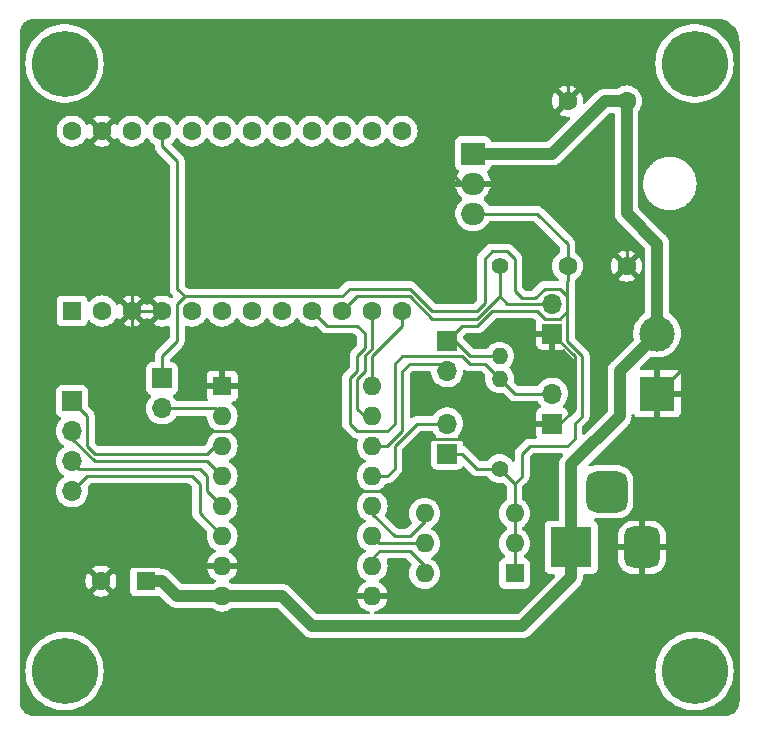
<source format=gbr>
%TF.GenerationSoftware,KiCad,Pcbnew,7.0.1*%
%TF.CreationDate,2024-08-10T04:53:00+08:00*%
%TF.ProjectId,BDST,42445354-2e6b-4696-9361-645f70636258,rev?*%
%TF.SameCoordinates,Original*%
%TF.FileFunction,Copper,L1,Top*%
%TF.FilePolarity,Positive*%
%FSLAX46Y46*%
G04 Gerber Fmt 4.6, Leading zero omitted, Abs format (unit mm)*
G04 Created by KiCad (PCBNEW 7.0.1) date 2024-08-10 04:53:00*
%MOMM*%
%LPD*%
G01*
G04 APERTURE LIST*
G04 Aperture macros list*
%AMRoundRect*
0 Rectangle with rounded corners*
0 $1 Rounding radius*
0 $2 $3 $4 $5 $6 $7 $8 $9 X,Y pos of 4 corners*
0 Add a 4 corners polygon primitive as box body*
4,1,4,$2,$3,$4,$5,$6,$7,$8,$9,$2,$3,0*
0 Add four circle primitives for the rounded corners*
1,1,$1+$1,$2,$3*
1,1,$1+$1,$4,$5*
1,1,$1+$1,$6,$7*
1,1,$1+$1,$8,$9*
0 Add four rect primitives between the rounded corners*
20,1,$1+$1,$2,$3,$4,$5,0*
20,1,$1+$1,$4,$5,$6,$7,0*
20,1,$1+$1,$6,$7,$8,$9,0*
20,1,$1+$1,$8,$9,$2,$3,0*%
G04 Aperture macros list end*
%TA.AperFunction,ComponentPad*%
%ADD10R,1.600000X1.600000*%
%TD*%
%TA.AperFunction,ComponentPad*%
%ADD11C,1.600000*%
%TD*%
%TA.AperFunction,ComponentPad*%
%ADD12R,3.000000X3.000000*%
%TD*%
%TA.AperFunction,ComponentPad*%
%ADD13C,3.000000*%
%TD*%
%TA.AperFunction,ComponentPad*%
%ADD14R,1.700000X1.700000*%
%TD*%
%TA.AperFunction,ComponentPad*%
%ADD15O,1.700000X1.700000*%
%TD*%
%TA.AperFunction,ComponentPad*%
%ADD16C,1.400000*%
%TD*%
%TA.AperFunction,ComponentPad*%
%ADD17O,1.400000X1.400000*%
%TD*%
%TA.AperFunction,ComponentPad*%
%ADD18C,3.600000*%
%TD*%
%TA.AperFunction,ConnectorPad*%
%ADD19C,5.600000*%
%TD*%
%TA.AperFunction,ComponentPad*%
%ADD20O,1.600000X1.600000*%
%TD*%
%TA.AperFunction,ComponentPad*%
%ADD21R,2.000000X1.905000*%
%TD*%
%TA.AperFunction,ComponentPad*%
%ADD22O,2.000000X1.905000*%
%TD*%
%TA.AperFunction,ComponentPad*%
%ADD23R,3.500000X3.500000*%
%TD*%
%TA.AperFunction,ComponentPad*%
%ADD24RoundRect,0.750000X0.750000X1.000000X-0.750000X1.000000X-0.750000X-1.000000X0.750000X-1.000000X0*%
%TD*%
%TA.AperFunction,ComponentPad*%
%ADD25RoundRect,0.875000X0.875000X0.875000X-0.875000X0.875000X-0.875000X-0.875000X0.875000X-0.875000X0*%
%TD*%
%TA.AperFunction,Conductor*%
%ADD26C,0.250000*%
%TD*%
%TA.AperFunction,Conductor*%
%ADD27C,1.000000*%
%TD*%
G04 APERTURE END LIST*
D10*
%TO.P,U1,1,TX/1*%
%TO.N,unconnected-(U1-Pad1)*%
X92710000Y-60960000D03*
D11*
%TO.P,U1,2,RX/0*%
%TO.N,unconnected-(U1-Pad2)*%
X95250000Y-60960000D03*
%TO.P,U1,3,GND*%
%TO.N,GND*%
X97790000Y-60960000D03*
%TO.P,U1,4,GND*%
X100330000Y-60960000D03*
%TO.P,U1,5,SDA/2*%
%TO.N,unconnected-(U1-Pad5)*%
X102870000Y-60960000D03*
%TO.P,U1,6,SCL/3*%
%TO.N,unconnected-(U1-Pad6)*%
X105410000Y-60960000D03*
%TO.P,U1,7,A6/4*%
%TO.N,unconnected-(U1-Pad7)*%
X107950000Y-60960000D03*
%TO.P,U1,8,5*%
%TO.N,unconnected-(U1-Pad8)*%
X110490000Y-60960000D03*
%TO.P,U1,9,A7/6*%
%TO.N,Net-(R1-Pad2)*%
X113030000Y-60960000D03*
%TO.P,U1,10,7*%
%TO.N,Net-(R2-Pad1)*%
X115570000Y-60960000D03*
%TO.P,U1,11,A8/8*%
%TO.N,/MOTOR_STEP*%
X118110000Y-60960000D03*
%TO.P,U1,12,A9/9*%
%TO.N,/MOTOR_DIR*%
X120650000Y-60960000D03*
%TO.P,U1,13,A10/10*%
%TO.N,unconnected-(U1-Pad13)*%
X120650000Y-45720000D03*
%TO.P,U1,14,MOSI/16*%
%TO.N,unconnected-(U1-Pad14)*%
X118110000Y-45720000D03*
%TO.P,U1,15,MISO/14*%
%TO.N,unconnected-(U1-Pad15)*%
X115570000Y-45720000D03*
%TO.P,U1,16,SCLK/15*%
%TO.N,unconnected-(U1-Pad16)*%
X113030000Y-45720000D03*
%TO.P,U1,17,A0/18*%
%TO.N,unconnected-(U1-Pad17)*%
X110490000Y-45720000D03*
%TO.P,U1,18,A1/19*%
%TO.N,unconnected-(U1-Pad18)*%
X107950000Y-45720000D03*
%TO.P,U1,19,A2/20*%
%TO.N,unconnected-(U1-Pad19)*%
X105410000Y-45720000D03*
%TO.P,U1,20,A3/21*%
%TO.N,unconnected-(U1-Pad20)*%
X102870000Y-45720000D03*
%TO.P,U1,21,VCC*%
%TO.N,VCC*%
X100330000Y-45720000D03*
%TO.P,U1,22,RST*%
%TO.N,unconnected-(U1-Pad22)*%
X97790000Y-45720000D03*
%TO.P,U1,23,GND*%
%TO.N,GND*%
X95250000Y-45720000D03*
%TO.P,U1,24,RAW*%
%TO.N,unconnected-(U1-Pad24)*%
X92710000Y-45720000D03*
%TD*%
D12*
%TO.P,J2,1,Pin_1*%
%TO.N,GND*%
X142240000Y-67945000D03*
D13*
%TO.P,J2,2,Pin_2*%
%TO.N,VAA*%
X142240000Y-62865000D03*
%TD*%
D11*
%TO.P,C1,1*%
%TO.N,VAA*%
X139660000Y-43180000D03*
%TO.P,C1,2*%
%TO.N,GND*%
X134660000Y-43180000D03*
%TD*%
D14*
%TO.P,M1,1*%
%TO.N,/M1A*%
X92710000Y-68590000D03*
D15*
%TO.P,M1,2,-*%
%TO.N,/M1B*%
X92710000Y-71130000D03*
%TO.P,M1,3*%
%TO.N,/M2A*%
X92710000Y-73670000D03*
%TO.P,M1,4*%
%TO.N,/M2B*%
X92710000Y-76210000D03*
%TD*%
D14*
%TO.P,SW2,1,A*%
%TO.N,GND*%
X133350000Y-70490000D03*
D15*
%TO.P,SW2,2,B*%
%TO.N,Net-(R1-Pad2)*%
X133350000Y-67950000D03*
%TD*%
D14*
%TO.P,JP3,1,A*%
%TO.N,VCC*%
X124460000Y-63495000D03*
D15*
%TO.P,JP3,2,B*%
%TO.N,Net-(JP3-Pad2)*%
X124460000Y-66035000D03*
%TD*%
D14*
%TO.P,SW3,1,A*%
%TO.N,GND*%
X133350000Y-62865000D03*
D15*
%TO.P,SW3,2,B*%
%TO.N,Net-(R2-Pad1)*%
X133350000Y-60325000D03*
%TD*%
D16*
%TO.P,R2,1*%
%TO.N,Net-(R2-Pad1)*%
X128905000Y-57150000D03*
D17*
%TO.P,R2,2*%
%TO.N,VCC*%
X128905000Y-64770000D03*
%TD*%
D18*
%TO.P,A,1*%
%TO.N,N/C*%
X145415000Y-40005000D03*
D19*
X145415000Y-40005000D03*
%TD*%
D10*
%TO.P,U3,1,GND*%
%TO.N,GND*%
X105420000Y-67310000D03*
D20*
%TO.P,U3,2,VDD*%
%TO.N,Net-(JP1-Pad2)*%
X105420000Y-69850000D03*
%TO.P,U3,3,1B*%
%TO.N,/M1A*%
X105420000Y-72390000D03*
%TO.P,U3,4,1A*%
%TO.N,/M1B*%
X105420000Y-74930000D03*
%TO.P,U3,5,2A*%
%TO.N,/M2A*%
X105420000Y-77470000D03*
%TO.P,U3,6,2B*%
%TO.N,/M2B*%
X105420000Y-80010000D03*
%TO.P,U3,7,GND*%
%TO.N,GND*%
X105420000Y-82550000D03*
%TO.P,U3,8,VMOT*%
%TO.N,VAA*%
X105420000Y-85090000D03*
%TO.P,U3,9,~{ENABLE}*%
%TO.N,GND*%
X118120000Y-85090000D03*
%TO.P,U3,10,MS1*%
%TO.N,Net-(SW1-Pad6)*%
X118120000Y-82550000D03*
%TO.P,U3,11,MS2*%
%TO.N,Net-(SW1-Pad5)*%
X118120000Y-80010000D03*
%TO.P,U3,12,MS3*%
%TO.N,Net-(SW1-Pad4)*%
X118120000Y-77470000D03*
%TO.P,U3,13,~{RESET}*%
%TO.N,Net-(JP2-Pad2)*%
X118120000Y-74930000D03*
%TO.P,U3,14,~{SLEEP}*%
%TO.N,Net-(JP3-Pad2)*%
X118120000Y-72390000D03*
%TO.P,U3,15,STEP*%
%TO.N,/MOTOR_STEP*%
X118120000Y-69850000D03*
%TO.P,U3,16,DIR*%
%TO.N,/MOTOR_DIR*%
X118120000Y-67310000D03*
%TD*%
D18*
%TO.P,B,1*%
%TO.N,N/C*%
X92075000Y-40005000D03*
D19*
X92075000Y-40005000D03*
%TD*%
D18*
%TO.P,C,1*%
%TO.N,N/C*%
X92075000Y-91440000D03*
D19*
X92075000Y-91440000D03*
%TD*%
D21*
%TO.P,U2,1,IN*%
%TO.N,VAA*%
X126660000Y-47625000D03*
D22*
%TO.P,U2,2,GND*%
%TO.N,GND*%
X126660000Y-50165000D03*
%TO.P,U2,3,OUT*%
%TO.N,VCC*%
X126660000Y-52705000D03*
%TD*%
D10*
%TO.P,C3,1*%
%TO.N,VAA*%
X98957651Y-83820000D03*
D11*
%TO.P,C3,2*%
%TO.N,GND*%
X95157651Y-83820000D03*
%TD*%
D23*
%TO.P,J1,1*%
%TO.N,VAA*%
X134970000Y-80967500D03*
D24*
%TO.P,J1,2*%
%TO.N,GND*%
X140970000Y-80967500D03*
D25*
%TO.P,J1,3*%
%TO.N,N/C*%
X137970000Y-76267500D03*
%TD*%
D18*
%TO.P,D,1*%
%TO.N,N/C*%
X145415000Y-91440000D03*
D19*
X145415000Y-91440000D03*
%TD*%
D14*
%TO.P,JP2,1,A*%
%TO.N,VCC*%
X124460000Y-73025000D03*
D15*
%TO.P,JP2,2,B*%
%TO.N,Net-(JP2-Pad2)*%
X124460000Y-70485000D03*
%TD*%
D14*
%TO.P,JP1,1,A*%
%TO.N,VCC*%
X100330000Y-66670000D03*
D15*
%TO.P,JP1,2,B*%
%TO.N,Net-(JP1-Pad2)*%
X100330000Y-69210000D03*
%TD*%
D16*
%TO.P,R1,1*%
%TO.N,VCC*%
X128905000Y-74295000D03*
D17*
%TO.P,R1,2*%
%TO.N,Net-(R1-Pad2)*%
X128905000Y-66675000D03*
%TD*%
D10*
%TO.P,SW1,1*%
%TO.N,VCC*%
X130175000Y-83170000D03*
D20*
%TO.P,SW1,2*%
X130175000Y-80630000D03*
%TO.P,SW1,3*%
X130175000Y-78090000D03*
%TO.P,SW1,4*%
%TO.N,Net-(SW1-Pad4)*%
X122555000Y-78090000D03*
%TO.P,SW1,5*%
%TO.N,Net-(SW1-Pad5)*%
X122555000Y-80630000D03*
%TO.P,SW1,6*%
%TO.N,Net-(SW1-Pad6)*%
X122555000Y-83170000D03*
%TD*%
D11*
%TO.P,C2,1*%
%TO.N,VCC*%
X134660000Y-57150000D03*
%TO.P,C2,2*%
%TO.N,GND*%
X139660000Y-57150000D03*
%TD*%
D26*
%TO.N,GND*%
X140970000Y-71755000D02*
X142240000Y-70485000D01*
X114935000Y-83185000D02*
X114935000Y-76835000D01*
X142240000Y-67945000D02*
X146050000Y-64135000D01*
X115570000Y-76200000D02*
X114935000Y-76835000D01*
X107950000Y-76835000D02*
X108585000Y-76200000D01*
X97790000Y-60960000D02*
X100330000Y-60960000D01*
X131450000Y-70490000D02*
X133350000Y-70490000D01*
X146050000Y-64135000D02*
X146050000Y-48895000D01*
X107950000Y-71755000D02*
X107950000Y-75565000D01*
X135255000Y-64770000D02*
X135255000Y-69215000D01*
X107950000Y-70485000D02*
X107315000Y-71120000D01*
X98425000Y-71120000D02*
X97790000Y-70485000D01*
X107950000Y-68580000D02*
X107950000Y-70485000D01*
X133350000Y-62865000D02*
X135255000Y-64770000D01*
X107315000Y-71120000D02*
X98425000Y-71120000D01*
X118120000Y-85090000D02*
X116840000Y-85090000D01*
X122555000Y-71755000D02*
X130175000Y-71755000D01*
X106680000Y-67310000D02*
X105420000Y-67310000D01*
X144780000Y-47625000D02*
X142875000Y-47625000D01*
X121285000Y-74930000D02*
X120015000Y-76200000D01*
X116840000Y-85090000D02*
X114935000Y-83185000D01*
X125095000Y-41275000D02*
X133985000Y-41275000D01*
X120015000Y-76200000D02*
X115570000Y-76200000D01*
X133980000Y-70490000D02*
X133350000Y-70490000D01*
X141605000Y-41910000D02*
X140970000Y-41275000D01*
X142875000Y-47625000D02*
X141605000Y-46355000D01*
X142240000Y-70485000D02*
X142240000Y-67945000D01*
X105420000Y-82550000D02*
X106680000Y-82550000D01*
X99695000Y-41275000D02*
X123825000Y-41275000D01*
X124460000Y-41910000D02*
X125095000Y-41275000D01*
X95157651Y-83820000D02*
X96427651Y-82550000D01*
X126660000Y-50165000D02*
X125730000Y-50165000D01*
X107950000Y-75565000D02*
X108585000Y-76200000D01*
X140970000Y-71755000D02*
X140970000Y-80967500D01*
X135255000Y-69215000D02*
X133980000Y-70490000D01*
X121285000Y-73025000D02*
X121285000Y-74930000D01*
X124460000Y-48895000D02*
X124460000Y-41910000D01*
X134660000Y-43180000D02*
X134660000Y-41950000D01*
X108585000Y-76200000D02*
X114300000Y-76200000D01*
X131445000Y-70485000D02*
X131450000Y-70490000D01*
X130175000Y-71755000D02*
X131445000Y-70485000D01*
X125730000Y-50165000D02*
X124460000Y-48895000D01*
X134660000Y-41950000D02*
X133985000Y-41275000D01*
X140970000Y-41275000D02*
X133985000Y-41275000D01*
X139660000Y-55840000D02*
X133985000Y-50165000D01*
X124460000Y-41910000D02*
X123825000Y-41275000D01*
X107315000Y-71120000D02*
X107950000Y-71755000D01*
X114300000Y-76200000D02*
X114935000Y-76835000D01*
X97790000Y-48260000D02*
X95250000Y-45720000D01*
X122555000Y-71755000D02*
X121285000Y-73025000D01*
X107950000Y-81280000D02*
X107950000Y-76835000D01*
X97790000Y-70485000D02*
X97790000Y-60960000D01*
X95250000Y-45720000D02*
X99695000Y-41275000D01*
X96427651Y-82550000D02*
X105420000Y-82550000D01*
X141605000Y-46355000D02*
X141605000Y-41910000D01*
X106680000Y-82550000D02*
X107950000Y-81280000D01*
X133985000Y-50165000D02*
X126660000Y-50165000D01*
X146050000Y-48895000D02*
X144780000Y-47625000D01*
X107950000Y-68580000D02*
X106680000Y-67310000D01*
X139660000Y-57150000D02*
X139660000Y-55840000D01*
X97790000Y-60960000D02*
X97790000Y-48260000D01*
%TO.N,/M1A*%
X104775000Y-72390000D02*
X104140000Y-73025000D01*
X105420000Y-72390000D02*
X104775000Y-72390000D01*
X93980000Y-69860000D02*
X92710000Y-68590000D01*
X94616396Y-73025000D02*
X93980000Y-72388604D01*
X93980000Y-72388604D02*
X93980000Y-69860000D01*
X104140000Y-73025000D02*
X94616396Y-73025000D01*
%TO.N,/M1B*%
X92710000Y-71755000D02*
X92710000Y-71130000D01*
X105420000Y-74930000D02*
X105410000Y-74930000D01*
X94615000Y-73660000D02*
X92710000Y-71755000D01*
X105410000Y-74930000D02*
X104140000Y-73660000D01*
X104140000Y-73660000D02*
X94615000Y-73660000D01*
%TO.N,/M2A*%
X104150000Y-76200000D02*
X104140000Y-76200000D01*
X93335000Y-74295000D02*
X92710000Y-73670000D01*
X103505000Y-74295000D02*
X93335000Y-74295000D01*
X104140000Y-76200000D02*
X104140000Y-74930000D01*
X104140000Y-74930000D02*
X103505000Y-74295000D01*
X105420000Y-77470000D02*
X104150000Y-76200000D01*
%TO.N,/M2B*%
X93980000Y-74940000D02*
X92710000Y-76210000D01*
X105420000Y-80010000D02*
X103505000Y-78095000D01*
X102870000Y-74930000D02*
X93980000Y-74930000D01*
X93980000Y-74930000D02*
X93980000Y-74940000D01*
X103505000Y-75565000D02*
X102870000Y-74930000D01*
X103505000Y-78095000D02*
X103505000Y-75565000D01*
D27*
%TO.N,VAA*%
X137795000Y-43180000D02*
X133350000Y-47625000D01*
X113030000Y-87630000D02*
X130810000Y-87630000D01*
X110490000Y-85090000D02*
X113030000Y-87630000D01*
X139065000Y-66040000D02*
X142240000Y-62865000D01*
X98957651Y-83820000D02*
X100330000Y-83820000D01*
X139660000Y-52665000D02*
X139660000Y-43180000D01*
X142240000Y-62865000D02*
X142240000Y-55245000D01*
X105420000Y-85090000D02*
X110490000Y-85090000D01*
X130810000Y-87630000D02*
X134970000Y-83470000D01*
X100330000Y-83820000D02*
X101600000Y-85090000D01*
X139065000Y-69850000D02*
X139065000Y-69215000D01*
X134970000Y-83470000D02*
X134970000Y-80967500D01*
X133350000Y-47625000D02*
X126660000Y-47625000D01*
X134970000Y-80967500D02*
X134970000Y-73945000D01*
X134970000Y-73945000D02*
X139065000Y-69850000D01*
X139065000Y-69215000D02*
X139065000Y-66040000D01*
X142240000Y-55245000D02*
X139660000Y-52665000D01*
X139660000Y-43180000D02*
X137795000Y-43180000D01*
X101600000Y-85090000D02*
X105420000Y-85090000D01*
D26*
%TO.N,VCC*%
X134620000Y-60960000D02*
X134620000Y-60325000D01*
X127001396Y-62230000D02*
X128271396Y-60960000D01*
X126366396Y-64770000D02*
X128905000Y-64770000D01*
X126998604Y-60960000D02*
X127635000Y-60323604D01*
X127000000Y-74295000D02*
X128905000Y-74295000D01*
X134620000Y-59690000D02*
X134620000Y-59055000D01*
X134660000Y-58380000D02*
X134620000Y-58420000D01*
X126660000Y-52705000D02*
X132080000Y-52705000D01*
X135255000Y-71755000D02*
X135255000Y-70485000D01*
X132080000Y-60960000D02*
X132715000Y-61595000D01*
X116205000Y-59055000D02*
X121286396Y-59055000D01*
X101600000Y-48260000D02*
X101600000Y-59055000D01*
X134660000Y-55285000D02*
X134660000Y-57150000D01*
X124460000Y-63495000D02*
X124465000Y-63495000D01*
X121286396Y-59055000D02*
X123191396Y-60960000D01*
X101600000Y-63500000D02*
X101600000Y-60325000D01*
X133985000Y-61595000D02*
X134620000Y-60960000D01*
X130810000Y-59875000D02*
X130175000Y-59240000D01*
X135890000Y-69850000D02*
X135890000Y-64768604D01*
X100330000Y-64770000D02*
X100330000Y-66670000D01*
X127635000Y-56515000D02*
X128270000Y-55880000D01*
X134620000Y-59055000D02*
X134620000Y-58420000D01*
X134660000Y-57150000D02*
X134660000Y-58380000D01*
X102235000Y-59690000D02*
X115570000Y-59690000D01*
X130175000Y-56515000D02*
X129540000Y-55880000D01*
X132080000Y-52705000D02*
X134660000Y-55285000D01*
X135890000Y-64768604D02*
X134620000Y-63498604D01*
X130175000Y-75565000D02*
X130810000Y-74930000D01*
X134620000Y-63498604D02*
X134620000Y-60960000D01*
X127000000Y-74295000D02*
X125730000Y-73025000D01*
X134620000Y-60325000D02*
X134620000Y-59690000D01*
X127635000Y-60323604D02*
X127635000Y-56515000D01*
X130810000Y-74930000D02*
X130810000Y-73025000D01*
X115570000Y-59690000D02*
X116205000Y-59055000D01*
X134620000Y-72390000D02*
X135255000Y-71755000D01*
X123191396Y-60960000D02*
X126998604Y-60960000D01*
X124460000Y-63495000D02*
X125091396Y-63495000D01*
X132715000Y-59055000D02*
X131895000Y-59875000D01*
X128271396Y-60960000D02*
X132080000Y-60960000D01*
X130810000Y-73025000D02*
X131445000Y-72390000D01*
X100330000Y-45720000D02*
X100330000Y-46990000D01*
X100330000Y-46990000D02*
X101600000Y-48260000D01*
X130175000Y-78090000D02*
X130175000Y-80630000D01*
X125730000Y-62230000D02*
X127001396Y-62230000D01*
X101600000Y-59055000D02*
X102235000Y-59690000D01*
X125091396Y-63495000D02*
X126366396Y-64770000D01*
X130175000Y-75565000D02*
X130175000Y-78090000D01*
X131895000Y-59875000D02*
X130810000Y-59875000D01*
X131445000Y-72390000D02*
X134620000Y-72390000D01*
X128905000Y-74295000D02*
X130175000Y-75565000D01*
X101600000Y-60325000D02*
X102235000Y-59690000D01*
X132715000Y-61595000D02*
X133985000Y-61595000D01*
X128270000Y-55880000D02*
X129540000Y-55880000D01*
X135255000Y-70485000D02*
X135890000Y-69850000D01*
X133985000Y-59055000D02*
X134620000Y-59690000D01*
X124465000Y-63495000D02*
X125730000Y-62230000D01*
X101600000Y-63500000D02*
X100330000Y-64770000D01*
X130175000Y-80630000D02*
X130175000Y-83170000D01*
X125730000Y-73025000D02*
X124460000Y-73025000D01*
X130175000Y-59240000D02*
X130175000Y-56515000D01*
X132715000Y-59055000D02*
X133985000Y-59055000D01*
%TO.N,Net-(SW1-Pad4)*%
X118120000Y-78115000D02*
X120015000Y-80010000D01*
X118120000Y-77470000D02*
X118120000Y-78115000D01*
X122555000Y-78740000D02*
X122555000Y-78090000D01*
X120015000Y-80010000D02*
X121285000Y-80010000D01*
X121285000Y-80010000D02*
X122555000Y-78740000D01*
%TO.N,Net-(SW1-Pad5)*%
X118740000Y-80630000D02*
X118120000Y-80010000D01*
X122555000Y-80630000D02*
X118740000Y-80630000D01*
%TO.N,Net-(SW1-Pad6)*%
X118120000Y-82550000D02*
X118120000Y-81905000D01*
X118745000Y-81280000D02*
X121285000Y-81280000D01*
X122555000Y-82550000D02*
X122555000Y-83170000D01*
X121285000Y-81280000D02*
X122555000Y-82550000D01*
X118120000Y-81905000D02*
X118745000Y-81280000D01*
%TO.N,/MOTOR_STEP*%
X117475000Y-64768604D02*
X117475000Y-66040000D01*
X118110000Y-60960000D02*
X118110000Y-64133604D01*
X117475000Y-66040000D02*
X116840000Y-66675000D01*
X116840000Y-69215000D02*
X117475000Y-69850000D01*
X116840000Y-66675000D02*
X116840000Y-69215000D01*
X118110000Y-64133604D02*
X117475000Y-64768604D01*
X117475000Y-69850000D02*
X118120000Y-69850000D01*
%TO.N,/MOTOR_DIR*%
X120650000Y-62230000D02*
X120650000Y-60960000D01*
X118120000Y-64760000D02*
X120650000Y-62230000D01*
X118120000Y-67310000D02*
X118120000Y-64760000D01*
%TO.N,Net-(JP1-Pad2)*%
X104780000Y-69210000D02*
X105420000Y-69850000D01*
X100330000Y-69210000D02*
X104780000Y-69210000D01*
%TO.N,Net-(JP2-Pad2)*%
X119380000Y-74930000D02*
X120015000Y-74295000D01*
X121915000Y-70490000D02*
X124460000Y-70490000D01*
X121285000Y-71121396D02*
X121285000Y-71120000D01*
X120015000Y-72391396D02*
X121285000Y-71121396D01*
X120015000Y-74295000D02*
X120015000Y-72391396D01*
X118120000Y-74930000D02*
X119380000Y-74930000D01*
X121285000Y-71120000D02*
X121915000Y-70490000D01*
%TO.N,Net-(R1-Pad2)*%
X117473604Y-62863604D02*
X117473604Y-64133604D01*
X126365000Y-65405000D02*
X127635000Y-65405000D01*
X113030000Y-60960000D02*
X114300000Y-62230000D01*
X120015000Y-65405000D02*
X120650000Y-64770000D01*
X128905000Y-66675000D02*
X130180000Y-67950000D01*
X116840000Y-64767208D02*
X116840000Y-66038604D01*
X116840000Y-62230000D02*
X117473604Y-62863604D01*
X120015000Y-70485000D02*
X120015000Y-65405000D01*
X127635000Y-65405000D02*
X128905000Y-66675000D01*
X116205000Y-70485000D02*
X116840000Y-71120000D01*
X119380000Y-71120000D02*
X120015000Y-70485000D01*
X125730000Y-64770000D02*
X126365000Y-65405000D01*
X114300000Y-62230000D02*
X116840000Y-62230000D01*
X120650000Y-64770000D02*
X125730000Y-64770000D01*
X130180000Y-67950000D02*
X133350000Y-67950000D01*
X116205000Y-66673604D02*
X116205000Y-70485000D01*
X117473604Y-64133604D02*
X116840000Y-64767208D01*
X116840000Y-66038604D02*
X116205000Y-66673604D01*
X116840000Y-71120000D02*
X119380000Y-71120000D01*
%TO.N,Net-(R2-Pad1)*%
X121285000Y-59690000D02*
X123190000Y-61595000D01*
X123190000Y-61595000D02*
X127000000Y-61595000D01*
X128270000Y-60325000D02*
X128905000Y-59690000D01*
X115570000Y-60960000D02*
X116840000Y-59690000D01*
X128905000Y-59690000D02*
X129540000Y-60325000D01*
X116840000Y-59690000D02*
X121285000Y-59690000D01*
X127000000Y-61595000D02*
X128270000Y-60325000D01*
X128905000Y-59690000D02*
X128905000Y-57150000D01*
X129540000Y-60325000D02*
X133350000Y-60325000D01*
%TO.N,Net-(JP3-Pad2)*%
X119380000Y-72390000D02*
X120650000Y-71120000D01*
X118120000Y-72390000D02*
X119380000Y-72390000D01*
X120650000Y-66040000D02*
X121285000Y-65405000D01*
X123830000Y-65405000D02*
X124460000Y-66035000D01*
X121285000Y-65405000D02*
X123830000Y-65405000D01*
X120650000Y-71120000D02*
X120650000Y-66040000D01*
%TD*%
%TA.AperFunction,Conductor*%
%TO.N,GND*%
G36*
X126026114Y-65943874D02*
G01*
X126039960Y-65954614D01*
X126080539Y-65972174D01*
X126091188Y-65977391D01*
X126129935Y-65998693D01*
X126129937Y-65998693D01*
X126129940Y-65998695D01*
X126149574Y-66003736D01*
X126168259Y-66010134D01*
X126186855Y-66018181D01*
X126230530Y-66025098D01*
X126242125Y-66027498D01*
X126284970Y-66038500D01*
X126305224Y-66038500D01*
X126324934Y-66040051D01*
X126344942Y-66043220D01*
X126344942Y-66043219D01*
X126344943Y-66043220D01*
X126388961Y-66039058D01*
X126400819Y-66038500D01*
X127320406Y-66038500D01*
X127368624Y-66048091D01*
X127409501Y-66075405D01*
X127677497Y-66343401D01*
X127710107Y-66399879D01*
X127710111Y-66453261D01*
X127711275Y-66453363D01*
X127710314Y-66464343D01*
X127710314Y-66464345D01*
X127709153Y-66477616D01*
X127691884Y-66674999D01*
X127710314Y-66885655D01*
X127765043Y-67089909D01*
X127854411Y-67281559D01*
X127975701Y-67454779D01*
X128125220Y-67604298D01*
X128298440Y-67725588D01*
X128298441Y-67725588D01*
X128298442Y-67725589D01*
X128490090Y-67814956D01*
X128694345Y-67869686D01*
X128905000Y-67888116D01*
X129115655Y-67869686D01*
X129115655Y-67869685D01*
X129126638Y-67868725D01*
X129126740Y-67869891D01*
X129180111Y-67869889D01*
X129236598Y-67902502D01*
X129672751Y-68338655D01*
X129685834Y-68354985D01*
X129737665Y-68403656D01*
X129740477Y-68406381D01*
X129760230Y-68426134D01*
X129762183Y-68427649D01*
X129763424Y-68428612D01*
X129772444Y-68436316D01*
X129804679Y-68466586D01*
X129822435Y-68476347D01*
X129838951Y-68487196D01*
X129854959Y-68499613D01*
X129895525Y-68517167D01*
X129906188Y-68522391D01*
X129944935Y-68543693D01*
X129944937Y-68543693D01*
X129944940Y-68543695D01*
X129964574Y-68548736D01*
X129983259Y-68555134D01*
X130001855Y-68563181D01*
X130045530Y-68570098D01*
X130057125Y-68572498D01*
X130099970Y-68583500D01*
X130120224Y-68583500D01*
X130139934Y-68585051D01*
X130159942Y-68588220D01*
X130159942Y-68588219D01*
X130159943Y-68588220D01*
X130203961Y-68584058D01*
X130215819Y-68583500D01*
X132072962Y-68583500D01*
X132132931Y-68598686D01*
X132178444Y-68640583D01*
X132225414Y-68712476D01*
X132274278Y-68787268D01*
X132417841Y-68943217D01*
X132447078Y-68996821D01*
X132447681Y-69057877D01*
X132419507Y-69112047D01*
X132369173Y-69146611D01*
X132254036Y-69189554D01*
X132137095Y-69277095D01*
X132049554Y-69394037D01*
X131998505Y-69530906D01*
X131992000Y-69591411D01*
X131992000Y-70236000D01*
X133478000Y-70236000D01*
X133541000Y-70252881D01*
X133587119Y-70299000D01*
X133604000Y-70362000D01*
X133604000Y-70618000D01*
X133587119Y-70681000D01*
X133541000Y-70727119D01*
X133478000Y-70744000D01*
X131992000Y-70744000D01*
X131992000Y-71388589D01*
X131998505Y-71449093D01*
X132049743Y-71586468D01*
X132056705Y-71646203D01*
X132035186Y-71702361D01*
X131990089Y-71742148D01*
X131931687Y-71756500D01*
X131528854Y-71756500D01*
X131508064Y-71754204D01*
X131437002Y-71756438D01*
X131433044Y-71756500D01*
X131405142Y-71756500D01*
X131401134Y-71757006D01*
X131389313Y-71757936D01*
X131345109Y-71759325D01*
X131325653Y-71764978D01*
X131306301Y-71768986D01*
X131286200Y-71771526D01*
X131245094Y-71787800D01*
X131233870Y-71791643D01*
X131191405Y-71803981D01*
X131173960Y-71814297D01*
X131156217Y-71822989D01*
X131137384Y-71830446D01*
X131101616Y-71856433D01*
X131091697Y-71862949D01*
X131053636Y-71885458D01*
X131039311Y-71899783D01*
X131024284Y-71912617D01*
X131007894Y-71924525D01*
X130979706Y-71958598D01*
X130971718Y-71967376D01*
X130421331Y-72517762D01*
X130405017Y-72530832D01*
X130356369Y-72582636D01*
X130353620Y-72585473D01*
X130333868Y-72605226D01*
X130333864Y-72605230D01*
X130333865Y-72605230D01*
X130331379Y-72608433D01*
X130323687Y-72617439D01*
X130293413Y-72649678D01*
X130283652Y-72667434D01*
X130272801Y-72683952D01*
X130260385Y-72699959D01*
X130242824Y-72740539D01*
X130237604Y-72751195D01*
X130216304Y-72789940D01*
X130211267Y-72809559D01*
X130204864Y-72828261D01*
X130196818Y-72846855D01*
X130189901Y-72890524D01*
X130187495Y-72902144D01*
X130176500Y-72944970D01*
X130176500Y-72965224D01*
X130174949Y-72984934D01*
X130171779Y-73004942D01*
X130175941Y-73048961D01*
X130176500Y-73060819D01*
X130176500Y-73604314D01*
X130160702Y-73665400D01*
X130117270Y-73711168D01*
X130057094Y-73730141D01*
X129995265Y-73717562D01*
X129947287Y-73676585D01*
X129844328Y-73529544D01*
X129834301Y-73515224D01*
X129834300Y-73515223D01*
X129834298Y-73515220D01*
X129684779Y-73365701D01*
X129511559Y-73244411D01*
X129319909Y-73155043D01*
X129115655Y-73100314D01*
X128905000Y-73081884D01*
X128694344Y-73100314D01*
X128490090Y-73155043D01*
X128298440Y-73244411D01*
X128125223Y-73365699D01*
X127975697Y-73515226D01*
X127910898Y-73607770D01*
X127865865Y-73647263D01*
X127807685Y-73661500D01*
X127314595Y-73661500D01*
X127266377Y-73651909D01*
X127225500Y-73624595D01*
X126237244Y-72636339D01*
X126224171Y-72620021D01*
X126221421Y-72617439D01*
X126172348Y-72571356D01*
X126169537Y-72568632D01*
X126149770Y-72548865D01*
X126146575Y-72546386D01*
X126137553Y-72538681D01*
X126129194Y-72530832D01*
X126105321Y-72508414D01*
X126105320Y-72508413D01*
X126087567Y-72498653D01*
X126071041Y-72487797D01*
X126055041Y-72475386D01*
X126014465Y-72457827D01*
X126003804Y-72452604D01*
X125965063Y-72431305D01*
X125951313Y-72427775D01*
X125945437Y-72426266D01*
X125926731Y-72419862D01*
X125894457Y-72405895D01*
X125854475Y-72378415D01*
X125827840Y-72337866D01*
X125818500Y-72290259D01*
X125818500Y-72126362D01*
X125815985Y-72102972D01*
X125811989Y-72065799D01*
X125760889Y-71928796D01*
X125760888Y-71928794D01*
X125673261Y-71811738D01*
X125556205Y-71724111D01*
X125457154Y-71687167D01*
X125441191Y-71681213D01*
X125390858Y-71646650D01*
X125362684Y-71592480D01*
X125363287Y-71531424D01*
X125392522Y-71477822D01*
X125535722Y-71322268D01*
X125658860Y-71133791D01*
X125749296Y-70927616D01*
X125804564Y-70709368D01*
X125823156Y-70485000D01*
X125804564Y-70260632D01*
X125749296Y-70042384D01*
X125658860Y-69836209D01*
X125535722Y-69647732D01*
X125383240Y-69482094D01*
X125383239Y-69482093D01*
X125383237Y-69482091D01*
X125205578Y-69343812D01*
X125007573Y-69236657D01*
X124863427Y-69187172D01*
X124794635Y-69163556D01*
X124572569Y-69126500D01*
X124347431Y-69126500D01*
X124125365Y-69163556D01*
X124125362Y-69163556D01*
X124125362Y-69163557D01*
X123912426Y-69236657D01*
X123714421Y-69343812D01*
X123536762Y-69482091D01*
X123384276Y-69647734D01*
X123285179Y-69799415D01*
X123239665Y-69841314D01*
X123179696Y-69856500D01*
X121998854Y-69856500D01*
X121978064Y-69854204D01*
X121907002Y-69856438D01*
X121903044Y-69856500D01*
X121875142Y-69856500D01*
X121871134Y-69857006D01*
X121859313Y-69857936D01*
X121815109Y-69859325D01*
X121795653Y-69864978D01*
X121776301Y-69868986D01*
X121756200Y-69871526D01*
X121715094Y-69887800D01*
X121703870Y-69891643D01*
X121661405Y-69903981D01*
X121643960Y-69914297D01*
X121626217Y-69922989D01*
X121607384Y-69930446D01*
X121571616Y-69956433D01*
X121561697Y-69962949D01*
X121523636Y-69985458D01*
X121509311Y-69999783D01*
X121494287Y-70012615D01*
X121483568Y-70020404D01*
X121419393Y-70044084D01*
X121352301Y-70030742D01*
X121302069Y-69984310D01*
X121283500Y-69918473D01*
X121283500Y-66354594D01*
X121293091Y-66306376D01*
X121320405Y-66265499D01*
X121510499Y-66075405D01*
X121551376Y-66048091D01*
X121599594Y-66038500D01*
X122981143Y-66038500D01*
X123041112Y-66053686D01*
X123086626Y-66095584D01*
X123106712Y-66154092D01*
X123115436Y-66259368D01*
X123115436Y-66259371D01*
X123115437Y-66259372D01*
X123170702Y-66477611D01*
X123261139Y-66683790D01*
X123342820Y-66808812D01*
X123384278Y-66872268D01*
X123460583Y-66955157D01*
X123536762Y-67037908D01*
X123632894Y-67112731D01*
X123714424Y-67176189D01*
X123912426Y-67283342D01*
X124125365Y-67356444D01*
X124347431Y-67393500D01*
X124572566Y-67393500D01*
X124572569Y-67393500D01*
X124794635Y-67356444D01*
X125007574Y-67283342D01*
X125205576Y-67176189D01*
X125383240Y-67037906D01*
X125535722Y-66872268D01*
X125658860Y-66683791D01*
X125749296Y-66477616D01*
X125804564Y-66259368D01*
X125823156Y-66035000D01*
X125823155Y-66034997D01*
X125823319Y-66033029D01*
X125846314Y-65970260D01*
X125898181Y-65928088D01*
X125964320Y-65918382D01*
X126026114Y-65943874D01*
G37*
%TD.AperFunction*%
%TA.AperFunction,Conductor*%
G36*
X131813624Y-61603091D02*
G01*
X131854501Y-61630405D01*
X131976968Y-61752872D01*
X132010993Y-61815181D01*
X132005930Y-61885995D01*
X131998505Y-61905902D01*
X131992000Y-61966411D01*
X131992000Y-62611000D01*
X133478000Y-62611000D01*
X133541000Y-62627881D01*
X133587119Y-62674000D01*
X133604000Y-62737000D01*
X133604000Y-64223000D01*
X134248590Y-64223000D01*
X134309093Y-64216494D01*
X134330012Y-64208692D01*
X134377044Y-64200782D01*
X134423647Y-64210919D01*
X134463143Y-64237651D01*
X135219595Y-64994103D01*
X135246909Y-65034980D01*
X135256500Y-65083198D01*
X135256500Y-69535405D01*
X135246909Y-69583623D01*
X135219595Y-69624500D01*
X135142893Y-69701202D01*
X134923095Y-69920999D01*
X134872936Y-69951736D01*
X134814289Y-69956352D01*
X134759939Y-69933839D01*
X134721733Y-69889106D01*
X134708000Y-69831903D01*
X134708000Y-69591411D01*
X134701494Y-69530906D01*
X134650445Y-69394037D01*
X134562904Y-69277095D01*
X134445962Y-69189554D01*
X134330827Y-69146611D01*
X134280492Y-69112047D01*
X134252318Y-69057877D01*
X134252921Y-68996821D01*
X134282155Y-68943220D01*
X134425722Y-68787268D01*
X134548860Y-68598791D01*
X134639296Y-68392616D01*
X134694564Y-68174368D01*
X134713156Y-67950000D01*
X134694564Y-67725632D01*
X134639296Y-67507384D01*
X134548860Y-67301209D01*
X134425722Y-67112732D01*
X134273240Y-66947094D01*
X134273239Y-66947093D01*
X134273237Y-66947091D01*
X134095578Y-66808812D01*
X133897573Y-66701657D01*
X133753427Y-66652172D01*
X133684635Y-66628556D01*
X133462569Y-66591500D01*
X133237431Y-66591500D01*
X133015365Y-66628556D01*
X133015362Y-66628556D01*
X133015362Y-66628557D01*
X132802426Y-66701657D01*
X132604421Y-66808812D01*
X132426762Y-66947091D01*
X132274278Y-67112731D01*
X132178445Y-67259416D01*
X132132931Y-67301314D01*
X132072962Y-67316500D01*
X130494595Y-67316500D01*
X130446377Y-67306909D01*
X130405500Y-67279595D01*
X130132502Y-67006597D01*
X130099889Y-66950108D01*
X130099892Y-66896740D01*
X130098725Y-66896638D01*
X130101864Y-66860757D01*
X130118116Y-66675000D01*
X130099686Y-66464345D01*
X130044956Y-66260090D01*
X129955589Y-66068442D01*
X129937928Y-66043220D01*
X129862938Y-65936122D01*
X129834301Y-65895224D01*
X129834300Y-65895223D01*
X129834298Y-65895220D01*
X129750673Y-65811595D01*
X129718061Y-65755111D01*
X129718061Y-65689889D01*
X129750673Y-65633405D01*
X129834298Y-65549779D01*
X129834301Y-65549776D01*
X129955589Y-65376558D01*
X130044956Y-65184910D01*
X130099686Y-64980655D01*
X130118116Y-64770000D01*
X130099686Y-64559345D01*
X130044956Y-64355090D01*
X129955589Y-64163442D01*
X129947245Y-64151526D01*
X129837063Y-63994169D01*
X129834301Y-63990224D01*
X129834300Y-63990223D01*
X129834298Y-63990220D01*
X129684779Y-63840701D01*
X129511559Y-63719411D01*
X129319909Y-63630043D01*
X129115655Y-63575314D01*
X128905000Y-63556884D01*
X128694344Y-63575314D01*
X128490090Y-63630043D01*
X128298440Y-63719411D01*
X128125223Y-63840699D01*
X127975697Y-63990226D01*
X127910898Y-64082770D01*
X127865865Y-64122263D01*
X127807685Y-64136500D01*
X126680991Y-64136500D01*
X126632773Y-64126909D01*
X126591896Y-64099595D01*
X125855405Y-63363104D01*
X125828091Y-63322227D01*
X125818500Y-63274009D01*
X125818500Y-63119000D01*
X131992000Y-63119000D01*
X131992000Y-63763589D01*
X131998505Y-63824093D01*
X132049554Y-63960962D01*
X132137095Y-64077904D01*
X132254037Y-64165445D01*
X132390906Y-64216494D01*
X132451411Y-64223000D01*
X133096000Y-64223000D01*
X133096000Y-63119000D01*
X131992000Y-63119000D01*
X125818500Y-63119000D01*
X125818500Y-63089594D01*
X125828091Y-63041376D01*
X125855405Y-63000499D01*
X125955499Y-62900405D01*
X125996376Y-62873091D01*
X126044594Y-62863500D01*
X126917543Y-62863500D01*
X126938331Y-62865795D01*
X126941303Y-62865701D01*
X126941305Y-62865702D01*
X127009381Y-62863562D01*
X127013341Y-62863500D01*
X127041248Y-62863500D01*
X127041252Y-62863500D01*
X127045261Y-62862993D01*
X127057095Y-62862061D01*
X127101285Y-62860673D01*
X127120734Y-62855021D01*
X127140094Y-62851012D01*
X127160193Y-62848474D01*
X127201311Y-62832193D01*
X127212513Y-62828357D01*
X127254989Y-62816018D01*
X127272435Y-62805699D01*
X127290176Y-62797009D01*
X127309013Y-62789552D01*
X127344788Y-62763558D01*
X127354699Y-62757048D01*
X127392758Y-62734542D01*
X127407087Y-62720212D01*
X127422115Y-62707377D01*
X127438503Y-62695472D01*
X127466699Y-62661386D01*
X127474658Y-62652640D01*
X128496897Y-61630402D01*
X128537772Y-61603091D01*
X128585990Y-61593500D01*
X131765406Y-61593500D01*
X131813624Y-61603091D01*
G37*
%TD.AperFunction*%
%TA.AperFunction,Conductor*%
G36*
X147324118Y-36195770D02*
G01*
X147329459Y-36196120D01*
X147403729Y-36200987D01*
X147568491Y-36212772D01*
X147584034Y-36214865D01*
X147691312Y-36236204D01*
X147693146Y-36236586D01*
X147824413Y-36265142D01*
X147838090Y-36268937D01*
X147947079Y-36305934D01*
X147950580Y-36307181D01*
X148070749Y-36352001D01*
X148082420Y-36357040D01*
X148187761Y-36408989D01*
X148192379Y-36411387D01*
X148302898Y-36471735D01*
X148312496Y-36477546D01*
X148411089Y-36543424D01*
X148416532Y-36547276D01*
X148516542Y-36622143D01*
X148524089Y-36628262D01*
X148613550Y-36706718D01*
X148619567Y-36712354D01*
X148707644Y-36800431D01*
X148713280Y-36806448D01*
X148791736Y-36895909D01*
X148797861Y-36903463D01*
X148872712Y-37003453D01*
X148876585Y-37008925D01*
X148896740Y-37039089D01*
X148942449Y-37107498D01*
X148948271Y-37117114D01*
X149008597Y-37227593D01*
X149011015Y-37232249D01*
X149062952Y-37337565D01*
X149068002Y-37349262D01*
X149112812Y-37469404D01*
X149114069Y-37472934D01*
X149151055Y-37581889D01*
X149154862Y-37595607D01*
X149183373Y-37726668D01*
X149183832Y-37728871D01*
X149205129Y-37835939D01*
X149207229Y-37851532D01*
X149218994Y-38016034D01*
X149219045Y-38016780D01*
X149224230Y-38095880D01*
X149224500Y-38104122D01*
X149224500Y-93975055D01*
X149224111Y-93984942D01*
X149220072Y-94036255D01*
X149219981Y-94037351D01*
X149207725Y-94177424D01*
X149204724Y-94195854D01*
X149185869Y-94274394D01*
X149185057Y-94277592D01*
X149156901Y-94382672D01*
X149151603Y-94398279D01*
X149118414Y-94478405D01*
X149116200Y-94483437D01*
X149072726Y-94576668D01*
X149065963Y-94589254D01*
X149019482Y-94665103D01*
X149015263Y-94671538D01*
X148957472Y-94754071D01*
X148950070Y-94763630D01*
X148891746Y-94831919D01*
X148885030Y-94839184D01*
X148814184Y-94910030D01*
X148806919Y-94916746D01*
X148738630Y-94975070D01*
X148729071Y-94982472D01*
X148646538Y-95040263D01*
X148640103Y-95044482D01*
X148564254Y-95090963D01*
X148551668Y-95097726D01*
X148458437Y-95141200D01*
X148453405Y-95143414D01*
X148373279Y-95176603D01*
X148357672Y-95181901D01*
X148252592Y-95210057D01*
X148249394Y-95210869D01*
X148170854Y-95229724D01*
X148152424Y-95232725D01*
X148012351Y-95244981D01*
X148011255Y-95245072D01*
X147959942Y-95249111D01*
X147950055Y-95249500D01*
X89539945Y-95249500D01*
X89530082Y-95249112D01*
X89478626Y-95245063D01*
X89477647Y-95244981D01*
X89337574Y-95232725D01*
X89319144Y-95229724D01*
X89240604Y-95210869D01*
X89237406Y-95210057D01*
X89132326Y-95181901D01*
X89116719Y-95176603D01*
X89036593Y-95143414D01*
X89031561Y-95141200D01*
X88973426Y-95114091D01*
X88938326Y-95097723D01*
X88925749Y-95090966D01*
X88849894Y-95044481D01*
X88843479Y-95040275D01*
X88760923Y-94982469D01*
X88751368Y-94975070D01*
X88683079Y-94916746D01*
X88675814Y-94910030D01*
X88604968Y-94839184D01*
X88598252Y-94831919D01*
X88539928Y-94763630D01*
X88532534Y-94754082D01*
X88474713Y-94671505D01*
X88470528Y-94665121D01*
X88424026Y-94589237D01*
X88417282Y-94576686D01*
X88373787Y-94483413D01*
X88371602Y-94478446D01*
X88338390Y-94398265D01*
X88333100Y-94382681D01*
X88304927Y-94277537D01*
X88304139Y-94274434D01*
X88285274Y-94195854D01*
X88282273Y-94177423D01*
X88270026Y-94037447D01*
X88269948Y-94036516D01*
X88265888Y-93984929D01*
X88265500Y-93975045D01*
X88265500Y-91440000D01*
X88761640Y-91440000D01*
X88781064Y-91798237D01*
X88839104Y-92152273D01*
X88935083Y-92497957D01*
X88935085Y-92497961D01*
X89067877Y-92831243D01*
X89128490Y-92945572D01*
X89235923Y-93148213D01*
X89313188Y-93262169D01*
X89437258Y-93445159D01*
X89669516Y-93718595D01*
X89929977Y-93965317D01*
X90215586Y-94182431D01*
X90522995Y-94367393D01*
X90848599Y-94518033D01*
X90848605Y-94518035D01*
X91188582Y-94632587D01*
X91538958Y-94709711D01*
X91895614Y-94748500D01*
X91895618Y-94748500D01*
X92254382Y-94748500D01*
X92254386Y-94748500D01*
X92539710Y-94717468D01*
X92611042Y-94709711D01*
X92961417Y-94632587D01*
X93301401Y-94518033D01*
X93627005Y-94367393D01*
X93934414Y-94182431D01*
X94220023Y-93965317D01*
X94480484Y-93718595D01*
X94712742Y-93445159D01*
X94914075Y-93148215D01*
X95082123Y-92831243D01*
X95214915Y-92497961D01*
X95310895Y-92152274D01*
X95368936Y-91798237D01*
X95388359Y-91440000D01*
X95388359Y-91439999D01*
X142101640Y-91439999D01*
X142121064Y-91798237D01*
X142179104Y-92152273D01*
X142275083Y-92497957D01*
X142275085Y-92497961D01*
X142407877Y-92831243D01*
X142468490Y-92945572D01*
X142575923Y-93148213D01*
X142653188Y-93262169D01*
X142777258Y-93445159D01*
X143009516Y-93718595D01*
X143269977Y-93965317D01*
X143555586Y-94182431D01*
X143862995Y-94367393D01*
X144188599Y-94518033D01*
X144188605Y-94518035D01*
X144528582Y-94632587D01*
X144878958Y-94709711D01*
X145235614Y-94748500D01*
X145235618Y-94748500D01*
X145594382Y-94748500D01*
X145594386Y-94748500D01*
X145879710Y-94717468D01*
X145951042Y-94709711D01*
X146301417Y-94632587D01*
X146641401Y-94518033D01*
X146967005Y-94367393D01*
X147274414Y-94182431D01*
X147560023Y-93965317D01*
X147820484Y-93718595D01*
X148052742Y-93445159D01*
X148254075Y-93148215D01*
X148422123Y-92831243D01*
X148554915Y-92497961D01*
X148650895Y-92152274D01*
X148708936Y-91798237D01*
X148728359Y-91440000D01*
X148708936Y-91081763D01*
X148650895Y-90727726D01*
X148554915Y-90382039D01*
X148422123Y-90048757D01*
X148254075Y-89731785D01*
X148052742Y-89434841D01*
X147820484Y-89161405D01*
X147560023Y-88914683D01*
X147274414Y-88697569D01*
X146967005Y-88512607D01*
X146641401Y-88361967D01*
X146641399Y-88361966D01*
X146641394Y-88361964D01*
X146301417Y-88247412D01*
X145951041Y-88170288D01*
X145594386Y-88131500D01*
X145594382Y-88131500D01*
X145235618Y-88131500D01*
X145235614Y-88131500D01*
X144878958Y-88170288D01*
X144528582Y-88247412D01*
X144188605Y-88361964D01*
X143862992Y-88512608D01*
X143555587Y-88697568D01*
X143555584Y-88697569D01*
X143555586Y-88697569D01*
X143269977Y-88914683D01*
X143009516Y-89161405D01*
X142777258Y-89434841D01*
X142777257Y-89434843D01*
X142575923Y-89731786D01*
X142407877Y-90048757D01*
X142275083Y-90382042D01*
X142179104Y-90727726D01*
X142121064Y-91081762D01*
X142101640Y-91439999D01*
X95388359Y-91439999D01*
X95368936Y-91081763D01*
X95310895Y-90727726D01*
X95214915Y-90382039D01*
X95082123Y-90048757D01*
X94914075Y-89731785D01*
X94712742Y-89434841D01*
X94480484Y-89161405D01*
X94220023Y-88914683D01*
X93934414Y-88697569D01*
X93627005Y-88512607D01*
X93301401Y-88361967D01*
X93301399Y-88361966D01*
X93301394Y-88361964D01*
X92961417Y-88247412D01*
X92611041Y-88170288D01*
X92254386Y-88131500D01*
X92254382Y-88131500D01*
X91895618Y-88131500D01*
X91895614Y-88131500D01*
X91538958Y-88170288D01*
X91188582Y-88247412D01*
X90848605Y-88361964D01*
X90522992Y-88512608D01*
X90215587Y-88697568D01*
X90215584Y-88697569D01*
X90215586Y-88697569D01*
X89929977Y-88914683D01*
X89669516Y-89161405D01*
X89437258Y-89434841D01*
X89437257Y-89434843D01*
X89235923Y-89731786D01*
X89067877Y-90048757D01*
X88935083Y-90382042D01*
X88839104Y-90727726D01*
X88781064Y-91081762D01*
X88761640Y-91440000D01*
X88265500Y-91440000D01*
X88265500Y-84907100D01*
X94429761Y-84907100D01*
X94501148Y-84957085D01*
X94708580Y-85053813D01*
X94929651Y-85113048D01*
X95157651Y-85132995D01*
X95385650Y-85113048D01*
X95606721Y-85053813D01*
X95814149Y-84957087D01*
X95885539Y-84907099D01*
X95885539Y-84907097D01*
X95157652Y-84179210D01*
X95157651Y-84179210D01*
X94429761Y-84907098D01*
X94429761Y-84907100D01*
X88265500Y-84907100D01*
X88265500Y-83820000D01*
X93844655Y-83820000D01*
X93864602Y-84047999D01*
X93923837Y-84269070D01*
X94020563Y-84476497D01*
X94070551Y-84547887D01*
X94798440Y-83820001D01*
X95516861Y-83820001D01*
X96244748Y-84547888D01*
X96244750Y-84547888D01*
X96294738Y-84476498D01*
X96391464Y-84269070D01*
X96450699Y-84047999D01*
X96470646Y-83820000D01*
X96450699Y-83592000D01*
X96391464Y-83370929D01*
X96294736Y-83163497D01*
X96244751Y-83092110D01*
X96244749Y-83092110D01*
X95516861Y-83820000D01*
X95516861Y-83820001D01*
X94798440Y-83820001D01*
X94798441Y-83820000D01*
X94798441Y-83819999D01*
X94070551Y-83092109D01*
X94020564Y-83163499D01*
X93923837Y-83370929D01*
X93864602Y-83592000D01*
X93844655Y-83820000D01*
X88265500Y-83820000D01*
X88265500Y-82732900D01*
X94429760Y-82732900D01*
X95157650Y-83460790D01*
X95157651Y-83460790D01*
X95885539Y-82732899D01*
X95814148Y-82682912D01*
X95606721Y-82586186D01*
X95385650Y-82526951D01*
X95157651Y-82507004D01*
X94929651Y-82526951D01*
X94708580Y-82586186D01*
X94501150Y-82682913D01*
X94429760Y-82732900D01*
X88265500Y-82732900D01*
X88265500Y-76210000D01*
X91346844Y-76210000D01*
X91365436Y-76434368D01*
X91365436Y-76434371D01*
X91365437Y-76434372D01*
X91420702Y-76652611D01*
X91511139Y-76858790D01*
X91634278Y-77047268D01*
X91786762Y-77212908D01*
X91828888Y-77245696D01*
X91964424Y-77351189D01*
X92162426Y-77458342D01*
X92375365Y-77531444D01*
X92597431Y-77568500D01*
X92822566Y-77568500D01*
X92822569Y-77568500D01*
X93044635Y-77531444D01*
X93257574Y-77458342D01*
X93455576Y-77351189D01*
X93633240Y-77212906D01*
X93785722Y-77047268D01*
X93908860Y-76858791D01*
X93999296Y-76652616D01*
X94054564Y-76434368D01*
X94073156Y-76210000D01*
X94054564Y-75985632D01*
X94026817Y-75876062D01*
X94027482Y-75811683D01*
X94059864Y-75756038D01*
X94215499Y-75600404D01*
X94256377Y-75573091D01*
X94304595Y-75563500D01*
X102555406Y-75563500D01*
X102603624Y-75573091D01*
X102644501Y-75600405D01*
X102834595Y-75790499D01*
X102861909Y-75831376D01*
X102871500Y-75879594D01*
X102871500Y-78011147D01*
X102869204Y-78031935D01*
X102871438Y-78102986D01*
X102871500Y-78106945D01*
X102871500Y-78134857D01*
X102872007Y-78138873D01*
X102872937Y-78150696D01*
X102874326Y-78194892D01*
X102879977Y-78214341D01*
X102883986Y-78233696D01*
X102886525Y-78253794D01*
X102902801Y-78294903D01*
X102906644Y-78306130D01*
X102918980Y-78348590D01*
X102929294Y-78366030D01*
X102937987Y-78383774D01*
X102942557Y-78395316D01*
X102945449Y-78402619D01*
X102971431Y-78438380D01*
X102977948Y-78448301D01*
X103000458Y-78486363D01*
X103014778Y-78500683D01*
X103027618Y-78515716D01*
X103039526Y-78532105D01*
X103073598Y-78560292D01*
X103082378Y-78568282D01*
X104110847Y-79596752D01*
X104143458Y-79653235D01*
X104143459Y-79718457D01*
X104126457Y-79781910D01*
X104106502Y-80010000D01*
X104126457Y-80238087D01*
X104185715Y-80459243D01*
X104282477Y-80666750D01*
X104413804Y-80854303D01*
X104575696Y-81016195D01*
X104575699Y-81016197D01*
X104575700Y-81016198D01*
X104763251Y-81147523D01*
X104803049Y-81166081D01*
X104856065Y-81212573D01*
X104875799Y-81280273D01*
X104856067Y-81347973D01*
X104803051Y-81394469D01*
X104763502Y-81412911D01*
X104576018Y-81544189D01*
X104414189Y-81706018D01*
X104282912Y-81893501D01*
X104186186Y-82100929D01*
X104133917Y-82296000D01*
X106706082Y-82296000D01*
X106653813Y-82100929D01*
X106557087Y-81893501D01*
X106425810Y-81706018D01*
X106263981Y-81544189D01*
X106076497Y-81412911D01*
X106036951Y-81394471D01*
X105983933Y-81347976D01*
X105964200Y-81280276D01*
X105983933Y-81212576D01*
X106036951Y-81166081D01*
X106037784Y-81165692D01*
X106076749Y-81147523D01*
X106264300Y-81016198D01*
X106426198Y-80854300D01*
X106557523Y-80666749D01*
X106654284Y-80459243D01*
X106713543Y-80238087D01*
X106733498Y-80010000D01*
X106713543Y-79781913D01*
X106654284Y-79560757D01*
X106649421Y-79550329D01*
X106557522Y-79353249D01*
X106426195Y-79165696D01*
X106264303Y-79003804D01*
X106076748Y-78872476D01*
X106037543Y-78854195D01*
X105984525Y-78807700D01*
X105964792Y-78740000D01*
X105984525Y-78672300D01*
X106037543Y-78625805D01*
X106042163Y-78623650D01*
X106076749Y-78607523D01*
X106264300Y-78476198D01*
X106426198Y-78314300D01*
X106557523Y-78126749D01*
X106654284Y-77919243D01*
X106713543Y-77698087D01*
X106733498Y-77470000D01*
X106713543Y-77241913D01*
X106654284Y-77020757D01*
X106557523Y-76813251D01*
X106426198Y-76625700D01*
X106426197Y-76625699D01*
X106426195Y-76625696D01*
X106264303Y-76463804D01*
X106076748Y-76332476D01*
X106037543Y-76314195D01*
X105984525Y-76267700D01*
X105964792Y-76200000D01*
X105984525Y-76132300D01*
X106037543Y-76085805D01*
X106042163Y-76083650D01*
X106076749Y-76067523D01*
X106264300Y-75936198D01*
X106426198Y-75774300D01*
X106557523Y-75586749D01*
X106654284Y-75379243D01*
X106713543Y-75158087D01*
X106733498Y-74930000D01*
X106713543Y-74701913D01*
X106661388Y-74507268D01*
X106654284Y-74480756D01*
X106557522Y-74273249D01*
X106460627Y-74134869D01*
X106426198Y-74085700D01*
X106426197Y-74085699D01*
X106426195Y-74085696D01*
X106264303Y-73923804D01*
X106076748Y-73792476D01*
X106037543Y-73774195D01*
X105984525Y-73727700D01*
X105964792Y-73660000D01*
X105984525Y-73592300D01*
X106037543Y-73545805D01*
X106042163Y-73543650D01*
X106076749Y-73527523D01*
X106264300Y-73396198D01*
X106426198Y-73234300D01*
X106557523Y-73046749D01*
X106654284Y-72839243D01*
X106713543Y-72618087D01*
X106733498Y-72390000D01*
X106713543Y-72161913D01*
X106654284Y-71940757D01*
X106650551Y-71932752D01*
X106561672Y-71742148D01*
X106557523Y-71733251D01*
X106551841Y-71725137D01*
X106454744Y-71586468D01*
X106426198Y-71545700D01*
X106426197Y-71545699D01*
X106426195Y-71545696D01*
X106264303Y-71383804D01*
X106076748Y-71252476D01*
X106037543Y-71234195D01*
X105984525Y-71187700D01*
X105964792Y-71120000D01*
X105984525Y-71052300D01*
X106037543Y-71005805D01*
X106042163Y-71003650D01*
X106076749Y-70987523D01*
X106264300Y-70856198D01*
X106426198Y-70694300D01*
X106557523Y-70506749D01*
X106654284Y-70299243D01*
X106713543Y-70078087D01*
X106733498Y-69850000D01*
X106713543Y-69621913D01*
X106666755Y-69447298D01*
X106654284Y-69400756D01*
X106557522Y-69193249D01*
X106426195Y-69005696D01*
X106264303Y-68843804D01*
X106260374Y-68841053D01*
X106220605Y-68795488D01*
X106206649Y-68736640D01*
X106221722Y-68678069D01*
X106262351Y-68633268D01*
X106319175Y-68612561D01*
X106329093Y-68611494D01*
X106465962Y-68560445D01*
X106582904Y-68472904D01*
X106670445Y-68355962D01*
X106721494Y-68219093D01*
X106728000Y-68158589D01*
X106728000Y-67564000D01*
X104112000Y-67564000D01*
X104112000Y-68158589D01*
X104118505Y-68219093D01*
X104169554Y-68355962D01*
X104183799Y-68374991D01*
X104208429Y-68439269D01*
X104195604Y-68506899D01*
X104149149Y-68557697D01*
X104082931Y-68576500D01*
X101607038Y-68576500D01*
X101547069Y-68561314D01*
X101501555Y-68519416D01*
X101496906Y-68512300D01*
X101405722Y-68372732D01*
X101262523Y-68217178D01*
X101233287Y-68163575D01*
X101232684Y-68102519D01*
X101260859Y-68048348D01*
X101311188Y-68013787D01*
X101426204Y-67970889D01*
X101543261Y-67883261D01*
X101630889Y-67766204D01*
X101681989Y-67629201D01*
X101688500Y-67568638D01*
X101688500Y-67056000D01*
X104112000Y-67056000D01*
X105166000Y-67056000D01*
X105166000Y-66002000D01*
X105674000Y-66002000D01*
X105674000Y-67056000D01*
X106728000Y-67056000D01*
X106728000Y-66461411D01*
X106721494Y-66400906D01*
X106670445Y-66264037D01*
X106582904Y-66147095D01*
X106465962Y-66059554D01*
X106329093Y-66008505D01*
X106268589Y-66002000D01*
X105674000Y-66002000D01*
X105166000Y-66002000D01*
X104571411Y-66002000D01*
X104510906Y-66008505D01*
X104374037Y-66059554D01*
X104257095Y-66147095D01*
X104169554Y-66264037D01*
X104118505Y-66400906D01*
X104112000Y-66461411D01*
X104112000Y-67056000D01*
X101688500Y-67056000D01*
X101688500Y-65771362D01*
X101681989Y-65710799D01*
X101630889Y-65573796D01*
X101630888Y-65573794D01*
X101543261Y-65456738D01*
X101426205Y-65369111D01*
X101357702Y-65343560D01*
X101289201Y-65318011D01*
X101228638Y-65311500D01*
X101089500Y-65311500D01*
X101026500Y-65294619D01*
X100980381Y-65248500D01*
X100963500Y-65185500D01*
X100963500Y-65084594D01*
X100973091Y-65036376D01*
X101000402Y-64995501D01*
X101988662Y-64007240D01*
X102004980Y-63994169D01*
X102007014Y-63992001D01*
X102007018Y-63992000D01*
X102053677Y-63942311D01*
X102056368Y-63939534D01*
X102076134Y-63919770D01*
X102078605Y-63916583D01*
X102086312Y-63907559D01*
X102116586Y-63875321D01*
X102126343Y-63857570D01*
X102137199Y-63841043D01*
X102149613Y-63825041D01*
X102167172Y-63784461D01*
X102172392Y-63773809D01*
X102193694Y-63735061D01*
X102193695Y-63735060D01*
X102198732Y-63715439D01*
X102205138Y-63696730D01*
X102213181Y-63678144D01*
X102220096Y-63634481D01*
X102222504Y-63622853D01*
X102233500Y-63580029D01*
X102233500Y-63559776D01*
X102235051Y-63540066D01*
X102238220Y-63520057D01*
X102234059Y-63476039D01*
X102233500Y-63464181D01*
X102233500Y-62304745D01*
X102249033Y-62244140D01*
X102291801Y-62198477D01*
X102351261Y-62179015D01*
X102412751Y-62190550D01*
X102420757Y-62194284D01*
X102641913Y-62253543D01*
X102870000Y-62273498D01*
X103098087Y-62253543D01*
X103319243Y-62194284D01*
X103526749Y-62097523D01*
X103714300Y-61966198D01*
X103876198Y-61804300D01*
X104007523Y-61616749D01*
X104025804Y-61577543D01*
X104072300Y-61524525D01*
X104140000Y-61504792D01*
X104207700Y-61524525D01*
X104254195Y-61577543D01*
X104272476Y-61616748D01*
X104403804Y-61804303D01*
X104565696Y-61966195D01*
X104565699Y-61966197D01*
X104565700Y-61966198D01*
X104576837Y-61973996D01*
X104753249Y-62097522D01*
X104960756Y-62194284D01*
X104982604Y-62200138D01*
X105181913Y-62253543D01*
X105410000Y-62273498D01*
X105638087Y-62253543D01*
X105859243Y-62194284D01*
X106066749Y-62097523D01*
X106254300Y-61966198D01*
X106416198Y-61804300D01*
X106547523Y-61616749D01*
X106565804Y-61577543D01*
X106612300Y-61524525D01*
X106680000Y-61504792D01*
X106747700Y-61524525D01*
X106794195Y-61577543D01*
X106812476Y-61616748D01*
X106943804Y-61804303D01*
X107105696Y-61966195D01*
X107105699Y-61966197D01*
X107105700Y-61966198D01*
X107116837Y-61973996D01*
X107293249Y-62097522D01*
X107500756Y-62194284D01*
X107522604Y-62200138D01*
X107721913Y-62253543D01*
X107950000Y-62273498D01*
X108178087Y-62253543D01*
X108399243Y-62194284D01*
X108606749Y-62097523D01*
X108794300Y-61966198D01*
X108956198Y-61804300D01*
X109087523Y-61616749D01*
X109105804Y-61577543D01*
X109152300Y-61524525D01*
X109220000Y-61504792D01*
X109287700Y-61524525D01*
X109334195Y-61577543D01*
X109352476Y-61616748D01*
X109483804Y-61804303D01*
X109645696Y-61966195D01*
X109645699Y-61966197D01*
X109645700Y-61966198D01*
X109656837Y-61973996D01*
X109833249Y-62097522D01*
X110040756Y-62194284D01*
X110062604Y-62200138D01*
X110261913Y-62253543D01*
X110490000Y-62273498D01*
X110718087Y-62253543D01*
X110939243Y-62194284D01*
X111146749Y-62097523D01*
X111334300Y-61966198D01*
X111496198Y-61804300D01*
X111627523Y-61616749D01*
X111645804Y-61577543D01*
X111692300Y-61524525D01*
X111760000Y-61504792D01*
X111827700Y-61524525D01*
X111874195Y-61577543D01*
X111892476Y-61616748D01*
X112023804Y-61804303D01*
X112185696Y-61966195D01*
X112185699Y-61966197D01*
X112185700Y-61966198D01*
X112196837Y-61973996D01*
X112373249Y-62097522D01*
X112580756Y-62194284D01*
X112602604Y-62200138D01*
X112801913Y-62253543D01*
X113030000Y-62273498D01*
X113258087Y-62253543D01*
X113321542Y-62236540D01*
X113386764Y-62236540D01*
X113443248Y-62269152D01*
X113792751Y-62618655D01*
X113805834Y-62634985D01*
X113857665Y-62683656D01*
X113860477Y-62686381D01*
X113880230Y-62706134D01*
X113881826Y-62707372D01*
X113883424Y-62708612D01*
X113892444Y-62716316D01*
X113924679Y-62746586D01*
X113942435Y-62756347D01*
X113958951Y-62767196D01*
X113974959Y-62779613D01*
X114015153Y-62797006D01*
X114015525Y-62797167D01*
X114026188Y-62802391D01*
X114064935Y-62823693D01*
X114064937Y-62823693D01*
X114064940Y-62823695D01*
X114084574Y-62828736D01*
X114103259Y-62835134D01*
X114121855Y-62843181D01*
X114165530Y-62850098D01*
X114177125Y-62852498D01*
X114219970Y-62863500D01*
X114240224Y-62863500D01*
X114259934Y-62865051D01*
X114279942Y-62868220D01*
X114279942Y-62868219D01*
X114279943Y-62868220D01*
X114323961Y-62864058D01*
X114335819Y-62863500D01*
X116525406Y-62863500D01*
X116573624Y-62873091D01*
X116614501Y-62900405D01*
X116803199Y-63089103D01*
X116830513Y-63129980D01*
X116840104Y-63178198D01*
X116840104Y-63819008D01*
X116830513Y-63867226D01*
X116803199Y-63908104D01*
X116451333Y-64259968D01*
X116435016Y-64273040D01*
X116386370Y-64324843D01*
X116383620Y-64327681D01*
X116363868Y-64347434D01*
X116363864Y-64347438D01*
X116363865Y-64347438D01*
X116361379Y-64350641D01*
X116353687Y-64359647D01*
X116323413Y-64391886D01*
X116313652Y-64409642D01*
X116302801Y-64426160D01*
X116290385Y-64442167D01*
X116272824Y-64482747D01*
X116267604Y-64493403D01*
X116246304Y-64532148D01*
X116241267Y-64551767D01*
X116234864Y-64570469D01*
X116226818Y-64589063D01*
X116219901Y-64632732D01*
X116217495Y-64644352D01*
X116206500Y-64687178D01*
X116206500Y-64707432D01*
X116204949Y-64727142D01*
X116201779Y-64747150D01*
X116205941Y-64791169D01*
X116206500Y-64803027D01*
X116206500Y-65724009D01*
X116196909Y-65772227D01*
X116169595Y-65813105D01*
X115816331Y-66166366D01*
X115800017Y-66179436D01*
X115751369Y-66231240D01*
X115748620Y-66234077D01*
X115728868Y-66253830D01*
X115728864Y-66253834D01*
X115728865Y-66253834D01*
X115726379Y-66257037D01*
X115718687Y-66266043D01*
X115688413Y-66298282D01*
X115678652Y-66316038D01*
X115667801Y-66332556D01*
X115655385Y-66348563D01*
X115637824Y-66389143D01*
X115632604Y-66399799D01*
X115611304Y-66438544D01*
X115606267Y-66458163D01*
X115599864Y-66476865D01*
X115591818Y-66495459D01*
X115584901Y-66539128D01*
X115582495Y-66550748D01*
X115571500Y-66593574D01*
X115571500Y-66613828D01*
X115569949Y-66633538D01*
X115566779Y-66653546D01*
X115570941Y-66697565D01*
X115571500Y-66709423D01*
X115571500Y-70401147D01*
X115569204Y-70421935D01*
X115571438Y-70492986D01*
X115571500Y-70496945D01*
X115571500Y-70524857D01*
X115572007Y-70528873D01*
X115572937Y-70540696D01*
X115574326Y-70584892D01*
X115579977Y-70604341D01*
X115583986Y-70623696D01*
X115586525Y-70643794D01*
X115586525Y-70643796D01*
X115586526Y-70643797D01*
X115601255Y-70681000D01*
X115602801Y-70684903D01*
X115606644Y-70696130D01*
X115618980Y-70738590D01*
X115629294Y-70756030D01*
X115637987Y-70773774D01*
X115645448Y-70792617D01*
X115645449Y-70792619D01*
X115671431Y-70828380D01*
X115677948Y-70838301D01*
X115700458Y-70876363D01*
X115714778Y-70890683D01*
X115727618Y-70905716D01*
X115739526Y-70922105D01*
X115739527Y-70922106D01*
X115739528Y-70922107D01*
X115773598Y-70950292D01*
X115782378Y-70958282D01*
X116332751Y-71508655D01*
X116345835Y-71524985D01*
X116397666Y-71573657D01*
X116400509Y-71576413D01*
X116420230Y-71596134D01*
X116423418Y-71598607D01*
X116432446Y-71606317D01*
X116464679Y-71636586D01*
X116482432Y-71646346D01*
X116498955Y-71657200D01*
X116510945Y-71666500D01*
X116514960Y-71669614D01*
X116555539Y-71687174D01*
X116566188Y-71692391D01*
X116604935Y-71713693D01*
X116604937Y-71713693D01*
X116604940Y-71713695D01*
X116624574Y-71718736D01*
X116643259Y-71725134D01*
X116661855Y-71733181D01*
X116705530Y-71740098D01*
X116717125Y-71742498D01*
X116759970Y-71753500D01*
X116775255Y-71753500D01*
X116835860Y-71769033D01*
X116881523Y-71811801D01*
X116900985Y-71871261D01*
X116889449Y-71932752D01*
X116885715Y-71940757D01*
X116826457Y-72161912D01*
X116806502Y-72390000D01*
X116826457Y-72618087D01*
X116885715Y-72839243D01*
X116982477Y-73046750D01*
X117113804Y-73234303D01*
X117275696Y-73396195D01*
X117275699Y-73396197D01*
X117275700Y-73396198D01*
X117463251Y-73527523D01*
X117498359Y-73543894D01*
X117502457Y-73545805D01*
X117555474Y-73592300D01*
X117575207Y-73660000D01*
X117555474Y-73727700D01*
X117502457Y-73774195D01*
X117463250Y-73792477D01*
X117275696Y-73923804D01*
X117113804Y-74085696D01*
X116982477Y-74273249D01*
X116885715Y-74480756D01*
X116826457Y-74701912D01*
X116806502Y-74930000D01*
X116826457Y-75158087D01*
X116885715Y-75379243D01*
X116982477Y-75586750D01*
X117113804Y-75774303D01*
X117275696Y-75936195D01*
X117275699Y-75936197D01*
X117275700Y-75936198D01*
X117463251Y-76067523D01*
X117502457Y-76085805D01*
X117555473Y-76132298D01*
X117575207Y-76199997D01*
X117555475Y-76267697D01*
X117502459Y-76314193D01*
X117463251Y-76332476D01*
X117275696Y-76463804D01*
X117113804Y-76625696D01*
X116982477Y-76813249D01*
X116885715Y-77020756D01*
X116826457Y-77241912D01*
X116806502Y-77470000D01*
X116826457Y-77698087D01*
X116885715Y-77919243D01*
X116982477Y-78126750D01*
X117113804Y-78314303D01*
X117275696Y-78476195D01*
X117275699Y-78476197D01*
X117275700Y-78476198D01*
X117463251Y-78607523D01*
X117498359Y-78623894D01*
X117502457Y-78625805D01*
X117555474Y-78672300D01*
X117575207Y-78740000D01*
X117555474Y-78807700D01*
X117502457Y-78854195D01*
X117463250Y-78872477D01*
X117275696Y-79003804D01*
X117113804Y-79165696D01*
X116982477Y-79353249D01*
X116885715Y-79560756D01*
X116826457Y-79781912D01*
X116806502Y-80010000D01*
X116826457Y-80238087D01*
X116885715Y-80459243D01*
X116982477Y-80666750D01*
X117113804Y-80854303D01*
X117275696Y-81016195D01*
X117275699Y-81016197D01*
X117275700Y-81016198D01*
X117463251Y-81147523D01*
X117498359Y-81163894D01*
X117502457Y-81165805D01*
X117555474Y-81212300D01*
X117575207Y-81280000D01*
X117555474Y-81347700D01*
X117502457Y-81394195D01*
X117463250Y-81412477D01*
X117275696Y-81543804D01*
X117113804Y-81705696D01*
X116982477Y-81893249D01*
X116885715Y-82100756D01*
X116826457Y-82321912D01*
X116806502Y-82550000D01*
X116826457Y-82778087D01*
X116885715Y-82999243D01*
X116982477Y-83206750D01*
X117113804Y-83394303D01*
X117275696Y-83556195D01*
X117275699Y-83556197D01*
X117275700Y-83556198D01*
X117463251Y-83687523D01*
X117503049Y-83706081D01*
X117556065Y-83752573D01*
X117575799Y-83820273D01*
X117556067Y-83887973D01*
X117503051Y-83934469D01*
X117463502Y-83952911D01*
X117276018Y-84084189D01*
X117114189Y-84246018D01*
X116982912Y-84433501D01*
X116886186Y-84640929D01*
X116833917Y-84836000D01*
X119406082Y-84836000D01*
X119353813Y-84640929D01*
X119257087Y-84433501D01*
X119125810Y-84246018D01*
X118963981Y-84084189D01*
X118776497Y-83952911D01*
X118736951Y-83934471D01*
X118683933Y-83887976D01*
X118664200Y-83820276D01*
X118683933Y-83752576D01*
X118736951Y-83706081D01*
X118738135Y-83705529D01*
X118776749Y-83687523D01*
X118964300Y-83556198D01*
X119126198Y-83394300D01*
X119257523Y-83206749D01*
X119354284Y-82999243D01*
X119413543Y-82778087D01*
X119433498Y-82550000D01*
X119413543Y-82321913D01*
X119354284Y-82100757D01*
X119350550Y-82092751D01*
X119339015Y-82031261D01*
X119358477Y-81971801D01*
X119404140Y-81929033D01*
X119464745Y-81913500D01*
X120970406Y-81913500D01*
X121018624Y-81923091D01*
X121059501Y-81950405D01*
X121427089Y-82317993D01*
X121457598Y-82367455D01*
X121462664Y-82425348D01*
X121441209Y-82479357D01*
X121417477Y-82513251D01*
X121320715Y-82720756D01*
X121261457Y-82941912D01*
X121241502Y-83169999D01*
X121261457Y-83398087D01*
X121320715Y-83619243D01*
X121417477Y-83826750D01*
X121548804Y-84014303D01*
X121710696Y-84176195D01*
X121898249Y-84307522D01*
X122105756Y-84404284D01*
X122165014Y-84420162D01*
X122326913Y-84463543D01*
X122555000Y-84483498D01*
X122783087Y-84463543D01*
X123004243Y-84404284D01*
X123211749Y-84307523D01*
X123399300Y-84176198D01*
X123561198Y-84014300D01*
X123692523Y-83826749D01*
X123789284Y-83619243D01*
X123848543Y-83398087D01*
X123868498Y-83170000D01*
X123848543Y-82941913D01*
X123792538Y-82732900D01*
X123789284Y-82720756D01*
X123692522Y-82513249D01*
X123561195Y-82325696D01*
X123399303Y-82163804D01*
X123211748Y-82032476D01*
X123172543Y-82014195D01*
X123119525Y-81967700D01*
X123099792Y-81900000D01*
X123119525Y-81832300D01*
X123172543Y-81785805D01*
X123188500Y-81778364D01*
X123211749Y-81767523D01*
X123399300Y-81636198D01*
X123561198Y-81474300D01*
X123692523Y-81286749D01*
X123789284Y-81079243D01*
X123848543Y-80858087D01*
X123868498Y-80630000D01*
X123848543Y-80401913D01*
X123789284Y-80180757D01*
X123692523Y-79973251D01*
X123561198Y-79785700D01*
X123561197Y-79785699D01*
X123561195Y-79785696D01*
X123399303Y-79623804D01*
X123211748Y-79492476D01*
X123172543Y-79474195D01*
X123119525Y-79427700D01*
X123099792Y-79360000D01*
X123119525Y-79292300D01*
X123172543Y-79245805D01*
X123188500Y-79238364D01*
X123211749Y-79227523D01*
X123399300Y-79096198D01*
X123561198Y-78934300D01*
X123692523Y-78746749D01*
X123789284Y-78539243D01*
X123848543Y-78318087D01*
X123868498Y-78090000D01*
X123848543Y-77861913D01*
X123789284Y-77640757D01*
X123755590Y-77568500D01*
X123692522Y-77433249D01*
X123561195Y-77245696D01*
X123399303Y-77083804D01*
X123211750Y-76952477D01*
X123004243Y-76855715D01*
X122783087Y-76796457D01*
X122555000Y-76776502D01*
X122326912Y-76796457D01*
X122105756Y-76855715D01*
X121898249Y-76952477D01*
X121710696Y-77083804D01*
X121548804Y-77245696D01*
X121417477Y-77433249D01*
X121320715Y-77640756D01*
X121261457Y-77861912D01*
X121261457Y-77861913D01*
X121241502Y-78090000D01*
X121249855Y-78185478D01*
X121261457Y-78318087D01*
X121320715Y-78539242D01*
X121404988Y-78719966D01*
X121417477Y-78746749D01*
X121453562Y-78798285D01*
X121475019Y-78852293D01*
X121469954Y-78910187D01*
X121439445Y-78959649D01*
X121059500Y-79339595D01*
X121018622Y-79366909D01*
X120970404Y-79376500D01*
X120329594Y-79376500D01*
X120281376Y-79366909D01*
X120240499Y-79339595D01*
X119237614Y-78336709D01*
X119207104Y-78287246D01*
X119202040Y-78229351D01*
X119223497Y-78175342D01*
X119228954Y-78167550D01*
X119257523Y-78126749D01*
X119354284Y-77919243D01*
X119413543Y-77698087D01*
X119433498Y-77470000D01*
X119413543Y-77241913D01*
X119354284Y-77020757D01*
X119257523Y-76813251D01*
X119126198Y-76625700D01*
X119126197Y-76625699D01*
X119126195Y-76625696D01*
X118964303Y-76463804D01*
X118776748Y-76332476D01*
X118737543Y-76314195D01*
X118684525Y-76267700D01*
X118664792Y-76200000D01*
X118684525Y-76132300D01*
X118737543Y-76085805D01*
X118742163Y-76083650D01*
X118776749Y-76067523D01*
X118964300Y-75936198D01*
X119126198Y-75774300D01*
X119234997Y-75618918D01*
X119278281Y-75580354D01*
X119334251Y-75565251D01*
X119374696Y-75563979D01*
X119387987Y-75563562D01*
X119391945Y-75563500D01*
X119419852Y-75563500D01*
X119419856Y-75563500D01*
X119423865Y-75562993D01*
X119435699Y-75562061D01*
X119479889Y-75560673D01*
X119499338Y-75555021D01*
X119518698Y-75551012D01*
X119538797Y-75548474D01*
X119579915Y-75532193D01*
X119591117Y-75528357D01*
X119633593Y-75516018D01*
X119651039Y-75505699D01*
X119668780Y-75497009D01*
X119687617Y-75489552D01*
X119723392Y-75463558D01*
X119733303Y-75457048D01*
X119771362Y-75434542D01*
X119785691Y-75420212D01*
X119800719Y-75407377D01*
X119817107Y-75395472D01*
X119845303Y-75361386D01*
X119853272Y-75352630D01*
X120403658Y-74802244D01*
X120419979Y-74789170D01*
X120422014Y-74787002D01*
X120422018Y-74787000D01*
X120468676Y-74737312D01*
X120471367Y-74734535D01*
X120491135Y-74714769D01*
X120493611Y-74711576D01*
X120501316Y-74702553D01*
X120531586Y-74670321D01*
X120541345Y-74652567D01*
X120552198Y-74636045D01*
X120564614Y-74620040D01*
X120582174Y-74579459D01*
X120587388Y-74568815D01*
X120608695Y-74530060D01*
X120613732Y-74510439D01*
X120620138Y-74491730D01*
X120628181Y-74473144D01*
X120635096Y-74429481D01*
X120637504Y-74417853D01*
X120648500Y-74375029D01*
X120648500Y-74354776D01*
X120650051Y-74335066D01*
X120653220Y-74315057D01*
X120649059Y-74271039D01*
X120648500Y-74259181D01*
X120648500Y-72705990D01*
X120658091Y-72657772D01*
X120685402Y-72616897D01*
X121673662Y-71628636D01*
X121689980Y-71615565D01*
X121692014Y-71613397D01*
X121692018Y-71613396D01*
X121738677Y-71563707D01*
X121741368Y-71560930D01*
X121761134Y-71541166D01*
X121761137Y-71541161D01*
X121761176Y-71541123D01*
X121771563Y-71529339D01*
X122140499Y-71160404D01*
X122181377Y-71133091D01*
X122229595Y-71123500D01*
X123186228Y-71123500D01*
X123246197Y-71138686D01*
X123291711Y-71180584D01*
X123384278Y-71322268D01*
X123527475Y-71477820D01*
X123556712Y-71531424D01*
X123557315Y-71592480D01*
X123529141Y-71646650D01*
X123478808Y-71681213D01*
X123462846Y-71687167D01*
X123363793Y-71724111D01*
X123246738Y-71811738D01*
X123159111Y-71928794D01*
X123144721Y-71967376D01*
X123108011Y-72065799D01*
X123101500Y-72126362D01*
X123101500Y-73923638D01*
X123108011Y-73984201D01*
X123125639Y-74031464D01*
X123159111Y-74121205D01*
X123246738Y-74238261D01*
X123363794Y-74325888D01*
X123363795Y-74325888D01*
X123363796Y-74325889D01*
X123500799Y-74376989D01*
X123561362Y-74383500D01*
X125358638Y-74383500D01*
X125419201Y-74376989D01*
X125556204Y-74325889D01*
X125673261Y-74238261D01*
X125746274Y-74140726D01*
X125786756Y-74105649D01*
X125838153Y-74090557D01*
X125891174Y-74098180D01*
X125936237Y-74127141D01*
X126492751Y-74683655D01*
X126505834Y-74699985D01*
X126557665Y-74748656D01*
X126560477Y-74751381D01*
X126580230Y-74771134D01*
X126582183Y-74772649D01*
X126583424Y-74773612D01*
X126592444Y-74781316D01*
X126624679Y-74811586D01*
X126642435Y-74821347D01*
X126658951Y-74832196D01*
X126674959Y-74844613D01*
X126715525Y-74862167D01*
X126726188Y-74867391D01*
X126764935Y-74888693D01*
X126764937Y-74888693D01*
X126764940Y-74888695D01*
X126784574Y-74893736D01*
X126803259Y-74900134D01*
X126821855Y-74908181D01*
X126865530Y-74915098D01*
X126877125Y-74917498D01*
X126919970Y-74928500D01*
X126940224Y-74928500D01*
X126959934Y-74930051D01*
X126979942Y-74933220D01*
X126979942Y-74933219D01*
X126979943Y-74933220D01*
X127023961Y-74929058D01*
X127035819Y-74928500D01*
X127807685Y-74928500D01*
X127865865Y-74942737D01*
X127910897Y-74982229D01*
X127975699Y-75074776D01*
X128059010Y-75158087D01*
X128125223Y-75224300D01*
X128298440Y-75345588D01*
X128298441Y-75345588D01*
X128298442Y-75345589D01*
X128490090Y-75434956D01*
X128694345Y-75489686D01*
X128905000Y-75508116D01*
X129115655Y-75489686D01*
X129115655Y-75489685D01*
X129126638Y-75488725D01*
X129126740Y-75489891D01*
X129180111Y-75489889D01*
X129236598Y-75522502D01*
X129504595Y-75790499D01*
X129531909Y-75831376D01*
X129541500Y-75879594D01*
X129541500Y-76870607D01*
X129527263Y-76928787D01*
X129487772Y-76973818D01*
X129420739Y-77020756D01*
X129330696Y-77083804D01*
X129168804Y-77245696D01*
X129037477Y-77433249D01*
X128940715Y-77640756D01*
X128881457Y-77861912D01*
X128861502Y-78090000D01*
X128881457Y-78318087D01*
X128940715Y-78539243D01*
X129037477Y-78746750D01*
X129168804Y-78934303D01*
X129330696Y-79096195D01*
X129330699Y-79096197D01*
X129330700Y-79096198D01*
X129487772Y-79206181D01*
X129527263Y-79251213D01*
X129541500Y-79309393D01*
X129541500Y-79410607D01*
X129527263Y-79468787D01*
X129487772Y-79513818D01*
X129435630Y-79550329D01*
X129330696Y-79623804D01*
X129168804Y-79785696D01*
X129037477Y-79973249D01*
X128940715Y-80180756D01*
X128881457Y-80401912D01*
X128861502Y-80630000D01*
X128881457Y-80858087D01*
X128940715Y-81079243D01*
X129037477Y-81286750D01*
X129168804Y-81474303D01*
X129330696Y-81636195D01*
X129333999Y-81638508D01*
X129373768Y-81684072D01*
X129387724Y-81742919D01*
X129372653Y-81801490D01*
X129332025Y-81846291D01*
X129275202Y-81867000D01*
X129270593Y-81867495D01*
X129265799Y-81868011D01*
X129220131Y-81885044D01*
X129128794Y-81919111D01*
X129011738Y-82006738D01*
X128924111Y-82123794D01*
X128873010Y-82260799D01*
X128873011Y-82260799D01*
X128866500Y-82321362D01*
X128866500Y-84018638D01*
X128873011Y-84079201D01*
X128879311Y-84096091D01*
X128924111Y-84216205D01*
X129011738Y-84333261D01*
X129128794Y-84420888D01*
X129128795Y-84420888D01*
X129128796Y-84420889D01*
X129265799Y-84471989D01*
X129326362Y-84478500D01*
X131023638Y-84478500D01*
X131084201Y-84471989D01*
X131221204Y-84420889D01*
X131338261Y-84333261D01*
X131425889Y-84216204D01*
X131476989Y-84079201D01*
X131483500Y-84018638D01*
X131483500Y-82321362D01*
X131476989Y-82260799D01*
X131425889Y-82123796D01*
X131408771Y-82100929D01*
X131338261Y-82006738D01*
X131221205Y-81919111D01*
X131151866Y-81893249D01*
X131084201Y-81868011D01*
X131074796Y-81866999D01*
X131017973Y-81846290D01*
X130977346Y-81801488D01*
X130962275Y-81742916D01*
X130976233Y-81684069D01*
X131016002Y-81638507D01*
X131019300Y-81636198D01*
X131181198Y-81474300D01*
X131312523Y-81286749D01*
X131409284Y-81079243D01*
X131468543Y-80858087D01*
X131488498Y-80630000D01*
X131468543Y-80401913D01*
X131409284Y-80180757D01*
X131312523Y-79973251D01*
X131181198Y-79785700D01*
X131181197Y-79785699D01*
X131181195Y-79785696D01*
X131019303Y-79623804D01*
X130980669Y-79596752D01*
X130862227Y-79513818D01*
X130822737Y-79468787D01*
X130808500Y-79410607D01*
X130808500Y-79309393D01*
X130822737Y-79251213D01*
X130862227Y-79206181D01*
X131019300Y-79096198D01*
X131181198Y-78934300D01*
X131312523Y-78746749D01*
X131409284Y-78539243D01*
X131468543Y-78318087D01*
X131488498Y-78090000D01*
X131468543Y-77861913D01*
X131409284Y-77640757D01*
X131375590Y-77568500D01*
X131312522Y-77433249D01*
X131181195Y-77245696D01*
X131019303Y-77083804D01*
X130967124Y-77047268D01*
X130862227Y-76973818D01*
X130822737Y-76928787D01*
X130808500Y-76870607D01*
X130808500Y-75879595D01*
X130818091Y-75831377D01*
X130845404Y-75790500D01*
X131107553Y-75528350D01*
X131198660Y-75437242D01*
X131214981Y-75424168D01*
X131217015Y-75422001D01*
X131217018Y-75422000D01*
X131263676Y-75372312D01*
X131266367Y-75369535D01*
X131286135Y-75349769D01*
X131288611Y-75346576D01*
X131296316Y-75337553D01*
X131326586Y-75305321D01*
X131336345Y-75287567D01*
X131347198Y-75271045D01*
X131359614Y-75255040D01*
X131377174Y-75214459D01*
X131382388Y-75203815D01*
X131403695Y-75165060D01*
X131408732Y-75145439D01*
X131415138Y-75126730D01*
X131423181Y-75108144D01*
X131430096Y-75064481D01*
X131432504Y-75052853D01*
X131443500Y-75010029D01*
X131443500Y-74989776D01*
X131445051Y-74970065D01*
X131446382Y-74961658D01*
X131448220Y-74950057D01*
X131444058Y-74906038D01*
X131443500Y-74894181D01*
X131443500Y-73339594D01*
X131453091Y-73291376D01*
X131480405Y-73250499D01*
X131670499Y-73060405D01*
X131711376Y-73033091D01*
X131759594Y-73023500D01*
X134155211Y-73023500D01*
X134222621Y-73043049D01*
X134269114Y-73095628D01*
X134280263Y-73164924D01*
X134252610Y-73229433D01*
X134235322Y-73250499D01*
X134127404Y-73381996D01*
X134048540Y-73529542D01*
X134048538Y-73529544D01*
X134033758Y-73557196D01*
X133976090Y-73747298D01*
X133956619Y-73944998D01*
X133960893Y-73988386D01*
X133961500Y-74000737D01*
X133961500Y-78583000D01*
X133944619Y-78646000D01*
X133898500Y-78692119D01*
X133835500Y-78709000D01*
X133171362Y-78709000D01*
X133110799Y-78715511D01*
X132973794Y-78766611D01*
X132856738Y-78854238D01*
X132769111Y-78971294D01*
X132722526Y-79096195D01*
X132718011Y-79108299D01*
X132711500Y-79168862D01*
X132711500Y-82766138D01*
X132717945Y-82826091D01*
X132718011Y-82826700D01*
X132769111Y-82963705D01*
X132856738Y-83080761D01*
X132973794Y-83168388D01*
X132973795Y-83168388D01*
X132973796Y-83168389D01*
X133110799Y-83219489D01*
X133171362Y-83226000D01*
X133483576Y-83226000D01*
X133540779Y-83239733D01*
X133585512Y-83277939D01*
X133608025Y-83332289D01*
X133603409Y-83390936D01*
X133572671Y-83441095D01*
X130429171Y-86584595D01*
X130388294Y-86611909D01*
X130340076Y-86621500D01*
X118415154Y-86621500D01*
X118356974Y-86607263D01*
X118311941Y-86567771D01*
X118290232Y-86511946D01*
X118296753Y-86452405D01*
X118330030Y-86402603D01*
X118382543Y-86373793D01*
X118569070Y-86323813D01*
X118776498Y-86227087D01*
X118963981Y-86095810D01*
X119125810Y-85933981D01*
X119257087Y-85746498D01*
X119353813Y-85539070D01*
X119406082Y-85344000D01*
X116833918Y-85344000D01*
X116886186Y-85539070D01*
X116982912Y-85746498D01*
X117114189Y-85933981D01*
X117276018Y-86095810D01*
X117463501Y-86227087D01*
X117670929Y-86323813D01*
X117857457Y-86373793D01*
X117909970Y-86402603D01*
X117943247Y-86452405D01*
X117949768Y-86511946D01*
X117928059Y-86567771D01*
X117883026Y-86607263D01*
X117824846Y-86621500D01*
X113499924Y-86621500D01*
X113451706Y-86611909D01*
X113410829Y-86584595D01*
X111242532Y-84416298D01*
X111234227Y-84407135D01*
X111206569Y-84373433D01*
X111053003Y-84247404D01*
X110880534Y-84155218D01*
X110878134Y-84153858D01*
X110687701Y-84096090D01*
X110490001Y-84076619D01*
X110449741Y-84080584D01*
X110446612Y-84080893D01*
X110434263Y-84081500D01*
X106300740Y-84081500D01*
X106262851Y-84075668D01*
X106228469Y-84058713D01*
X106076748Y-83952476D01*
X106036951Y-83933919D01*
X105983933Y-83887424D01*
X105964200Y-83819724D01*
X105983933Y-83752024D01*
X106036951Y-83705529D01*
X106076497Y-83687088D01*
X106263981Y-83555810D01*
X106425810Y-83393981D01*
X106557087Y-83206498D01*
X106653813Y-82999070D01*
X106706082Y-82804000D01*
X104133918Y-82804000D01*
X104186186Y-82999070D01*
X104282912Y-83206498D01*
X104414189Y-83393981D01*
X104576018Y-83555810D01*
X104763501Y-83687087D01*
X104803049Y-83705529D01*
X104856066Y-83752024D01*
X104875799Y-83819724D01*
X104856066Y-83887424D01*
X104803049Y-83933919D01*
X104763250Y-83952477D01*
X104611531Y-84058713D01*
X104577149Y-84075668D01*
X104539260Y-84081500D01*
X102069924Y-84081500D01*
X102021706Y-84071909D01*
X101980829Y-84044595D01*
X101082532Y-83146298D01*
X101074227Y-83137135D01*
X101046569Y-83103433D01*
X100893003Y-82977404D01*
X100717802Y-82883758D01*
X100527701Y-82826090D01*
X100330002Y-82806619D01*
X100310427Y-82808547D01*
X100247275Y-82798456D01*
X100197212Y-82758662D01*
X100120912Y-82656738D01*
X100003856Y-82569111D01*
X99935353Y-82543561D01*
X99866852Y-82518011D01*
X99806289Y-82511500D01*
X98109013Y-82511500D01*
X98048450Y-82518011D01*
X97911445Y-82569111D01*
X97794389Y-82656738D01*
X97706762Y-82773794D01*
X97655662Y-82910799D01*
X97649151Y-82971362D01*
X97649151Y-84668638D01*
X97655662Y-84729200D01*
X97706762Y-84866205D01*
X97794389Y-84983261D01*
X97911445Y-85070888D01*
X97911446Y-85070888D01*
X97911447Y-85070889D01*
X98048450Y-85121989D01*
X98109013Y-85128500D01*
X99806289Y-85128500D01*
X99866852Y-85121989D01*
X100003855Y-85070889D01*
X100003859Y-85070885D01*
X100010612Y-85068367D01*
X100057304Y-85048371D01*
X100116566Y-85052608D01*
X100167297Y-85083531D01*
X100847461Y-85763695D01*
X100855766Y-85772857D01*
X100883434Y-85806571D01*
X101027163Y-85924526D01*
X101036993Y-85932593D01*
X101036994Y-85932593D01*
X101036996Y-85932595D01*
X101212196Y-86026241D01*
X101307247Y-86055074D01*
X101402298Y-86083908D01*
X101599998Y-86103380D01*
X101599999Y-86103379D01*
X101600000Y-86103380D01*
X101643384Y-86099106D01*
X101655735Y-86098500D01*
X104539260Y-86098500D01*
X104577149Y-86104332D01*
X104611531Y-86121287D01*
X104763251Y-86227523D01*
X104873994Y-86279163D01*
X104970756Y-86324284D01*
X105030015Y-86340162D01*
X105191913Y-86383543D01*
X105420000Y-86403498D01*
X105648087Y-86383543D01*
X105869243Y-86324284D01*
X106076749Y-86227523D01*
X106228468Y-86121287D01*
X106262851Y-86104332D01*
X106300740Y-86098500D01*
X110020076Y-86098500D01*
X110068294Y-86108091D01*
X110109171Y-86135405D01*
X112277461Y-88303695D01*
X112285766Y-88312857D01*
X112313434Y-88346571D01*
X112466992Y-88472593D01*
X112466996Y-88472595D01*
X112642196Y-88566241D01*
X112737247Y-88595074D01*
X112832298Y-88623908D01*
X113029998Y-88643380D01*
X113029999Y-88643379D01*
X113030000Y-88643380D01*
X113073384Y-88639106D01*
X113085735Y-88638500D01*
X130754263Y-88638500D01*
X130766612Y-88639106D01*
X130810000Y-88643380D01*
X130810000Y-88643379D01*
X130810001Y-88643380D01*
X131007701Y-88623909D01*
X131212440Y-88561801D01*
X131222754Y-88552904D01*
X131373004Y-88472595D01*
X131526568Y-88346568D01*
X131554247Y-88312838D01*
X131562524Y-88303708D01*
X135643708Y-84222524D01*
X135652838Y-84214247D01*
X135686568Y-84186568D01*
X135812595Y-84033004D01*
X135906241Y-83857804D01*
X135963908Y-83667701D01*
X135978500Y-83519547D01*
X135983380Y-83470000D01*
X135979106Y-83426615D01*
X135978500Y-83414265D01*
X135978500Y-83352000D01*
X135995381Y-83289000D01*
X136041500Y-83242881D01*
X136104500Y-83226000D01*
X136768638Y-83226000D01*
X136829201Y-83219489D01*
X136966204Y-83168389D01*
X137083261Y-83080761D01*
X137170889Y-82963704D01*
X137221989Y-82826701D01*
X137228500Y-82766138D01*
X137228500Y-81221500D01*
X138962000Y-81221500D01*
X138962000Y-82032105D01*
X138972466Y-82165091D01*
X139027795Y-82384670D01*
X139121444Y-82590844D01*
X139250400Y-82776982D01*
X139410517Y-82937099D01*
X139596655Y-83066055D01*
X139802829Y-83159704D01*
X140022408Y-83215033D01*
X140155395Y-83225500D01*
X140716000Y-83225500D01*
X140716000Y-81221500D01*
X141224000Y-81221500D01*
X141224000Y-83225500D01*
X141784605Y-83225500D01*
X141917591Y-83215033D01*
X142137170Y-83159704D01*
X142343344Y-83066055D01*
X142529482Y-82937099D01*
X142689599Y-82776982D01*
X142818555Y-82590844D01*
X142912204Y-82384670D01*
X142967533Y-82165091D01*
X142978000Y-82032105D01*
X142978000Y-81221500D01*
X141224000Y-81221500D01*
X140716000Y-81221500D01*
X138962000Y-81221500D01*
X137228500Y-81221500D01*
X137228500Y-80713500D01*
X138962000Y-80713500D01*
X140716000Y-80713500D01*
X140716000Y-78709500D01*
X141224000Y-78709500D01*
X141224000Y-80713500D01*
X142978000Y-80713500D01*
X142978000Y-79902895D01*
X142967533Y-79769908D01*
X142912204Y-79550329D01*
X142818555Y-79344155D01*
X142689599Y-79158017D01*
X142529482Y-78997900D01*
X142343344Y-78868944D01*
X142137170Y-78775295D01*
X141917591Y-78719966D01*
X141784605Y-78709500D01*
X141224000Y-78709500D01*
X140716000Y-78709500D01*
X140155395Y-78709500D01*
X140022408Y-78719966D01*
X139802829Y-78775295D01*
X139596655Y-78868944D01*
X139410517Y-78997900D01*
X139250400Y-79158017D01*
X139121444Y-79344155D01*
X139027795Y-79550329D01*
X138972466Y-79769908D01*
X138962000Y-79902895D01*
X138962000Y-80713500D01*
X137228500Y-80713500D01*
X137228500Y-79168862D01*
X137221989Y-79108299D01*
X137170889Y-78971296D01*
X137170888Y-78971294D01*
X137083261Y-78854238D01*
X136951702Y-78755754D01*
X136953248Y-78753688D01*
X136919687Y-78728933D01*
X136894101Y-78664565D01*
X136906403Y-78596401D01*
X136952875Y-78545038D01*
X137019469Y-78525999D01*
X138939170Y-78525999D01*
X138992092Y-78523189D01*
X139223314Y-78478470D01*
X139443652Y-78395318D01*
X139646768Y-78276125D01*
X139826819Y-78124319D01*
X139978625Y-77944268D01*
X140097818Y-77741152D01*
X140180970Y-77520814D01*
X140225689Y-77289592D01*
X140228500Y-77236671D01*
X140228499Y-75298330D01*
X140225689Y-75245408D01*
X140180970Y-75014186D01*
X140097818Y-74793848D01*
X139978625Y-74590732D01*
X139927470Y-74530059D01*
X139826819Y-74410680D01*
X139646768Y-74258875D01*
X139443652Y-74139682D01*
X139223314Y-74056530D01*
X138992092Y-74011811D01*
X138939171Y-74009000D01*
X138939164Y-74009000D01*
X137000834Y-74009000D01*
X136954197Y-74011477D01*
X136947908Y-74011811D01*
X136716686Y-74056530D01*
X136716684Y-74056530D01*
X136716682Y-74056531D01*
X136569853Y-74111942D01*
X136502492Y-74117963D01*
X136441720Y-74088287D01*
X136405047Y-74031464D01*
X136403037Y-73963863D01*
X136436269Y-73904964D01*
X139738713Y-70602520D01*
X139747843Y-70594243D01*
X139781568Y-70566568D01*
X139825763Y-70512717D01*
X139842128Y-70492775D01*
X139907595Y-70413004D01*
X139934857Y-70362000D01*
X139968401Y-70299244D01*
X139993182Y-70252881D01*
X140001242Y-70237803D01*
X140058909Y-70047700D01*
X140076906Y-69864978D01*
X140078381Y-69850001D01*
X140075438Y-69820125D01*
X140074106Y-69806605D01*
X140073500Y-69794255D01*
X140073500Y-69780917D01*
X140088912Y-69720532D01*
X140131379Y-69674919D01*
X140190511Y-69655238D01*
X140251842Y-69666303D01*
X140300368Y-69705408D01*
X140377095Y-69807904D01*
X140494037Y-69895445D01*
X140630906Y-69946494D01*
X140691411Y-69953000D01*
X141986000Y-69953000D01*
X141986000Y-68199000D01*
X142494000Y-68199000D01*
X142494000Y-69953000D01*
X143788589Y-69953000D01*
X143849093Y-69946494D01*
X143985962Y-69895445D01*
X144102904Y-69807904D01*
X144190445Y-69690962D01*
X144241494Y-69554093D01*
X144248000Y-69493589D01*
X144248000Y-68199000D01*
X142494000Y-68199000D01*
X141986000Y-68199000D01*
X141986000Y-65937000D01*
X142494000Y-65937000D01*
X142494000Y-67691000D01*
X144248000Y-67691000D01*
X144248000Y-66396411D01*
X144241494Y-66335906D01*
X144190445Y-66199037D01*
X144102904Y-66082095D01*
X143985962Y-65994554D01*
X143849093Y-65943505D01*
X143788589Y-65937000D01*
X142494000Y-65937000D01*
X141986000Y-65937000D01*
X140898422Y-65937000D01*
X140841219Y-65923267D01*
X140796486Y-65885061D01*
X140773973Y-65830711D01*
X140778589Y-65772064D01*
X140809324Y-65721909D01*
X141672634Y-64858598D01*
X141729809Y-64825805D01*
X141795722Y-64826368D01*
X141830403Y-64836085D01*
X142102612Y-64873500D01*
X142102615Y-64873500D01*
X142377385Y-64873500D01*
X142377388Y-64873500D01*
X142631691Y-64838546D01*
X142649596Y-64836085D01*
X142914177Y-64761953D01*
X143166200Y-64652484D01*
X143400969Y-64509718D01*
X143614111Y-64336314D01*
X143801657Y-64135502D01*
X143960111Y-63911023D01*
X144086523Y-63667058D01*
X144178538Y-63408153D01*
X144234442Y-63139130D01*
X144253193Y-62865000D01*
X144234442Y-62590870D01*
X144178538Y-62321847D01*
X144086523Y-62062942D01*
X144036505Y-61966411D01*
X143960110Y-61818975D01*
X143817363Y-61616749D01*
X143801657Y-61594498D01*
X143614111Y-61393686D01*
X143400969Y-61220282D01*
X143309032Y-61164374D01*
X143264671Y-61118472D01*
X143248500Y-61056718D01*
X143248500Y-55300737D01*
X143249107Y-55288386D01*
X143251912Y-55259902D01*
X143253380Y-55245000D01*
X143251833Y-55229297D01*
X143233909Y-55047298D01*
X143176241Y-54857195D01*
X143171270Y-54847896D01*
X143171268Y-54847893D01*
X143151929Y-54811712D01*
X143082595Y-54681996D01*
X143019581Y-54605213D01*
X142956568Y-54528431D01*
X142922857Y-54500766D01*
X142913695Y-54492461D01*
X140705405Y-52284171D01*
X140678091Y-52243294D01*
X140668500Y-52195076D01*
X140668500Y-50164999D01*
X141056653Y-50164999D01*
X141058619Y-50194983D01*
X141058819Y-50207430D01*
X141057709Y-50240640D01*
X141068686Y-50349759D01*
X141069049Y-50354128D01*
X141076016Y-50460420D01*
X141082529Y-50493165D01*
X141084316Y-50505128D01*
X141087975Y-50541495D01*
X141112630Y-50644953D01*
X141113641Y-50649578D01*
X141133776Y-50750800D01*
X141145576Y-50785562D01*
X141148829Y-50796850D01*
X141158072Y-50835633D01*
X141195110Y-50931800D01*
X141196842Y-50936584D01*
X141220318Y-51005744D01*
X141228941Y-51031145D01*
X141246651Y-51067058D01*
X141251224Y-51077499D01*
X141266747Y-51117805D01*
X141314670Y-51205252D01*
X141317176Y-51210069D01*
X141359885Y-51296673D01*
X141359886Y-51296675D01*
X141359887Y-51296676D01*
X141383979Y-51332734D01*
X141389707Y-51342178D01*
X141412068Y-51382981D01*
X141469244Y-51460581D01*
X141472570Y-51465319D01*
X141524367Y-51542838D01*
X141555152Y-51577942D01*
X141561848Y-51586265D01*
X141591431Y-51626414D01*
X141591433Y-51626416D01*
X141656130Y-51693312D01*
X141660291Y-51697829D01*
X141719576Y-51765431D01*
X141757180Y-51798409D01*
X141764673Y-51805545D01*
X141801642Y-51843770D01*
X141872075Y-51899391D01*
X141877051Y-51903532D01*
X141942162Y-51960633D01*
X141986527Y-51990276D01*
X141994603Y-51996150D01*
X142038946Y-52031168D01*
X142113306Y-52075211D01*
X142119096Y-52078857D01*
X142167659Y-52111305D01*
X142188327Y-52125115D01*
X142239179Y-52150192D01*
X142247616Y-52154762D01*
X142299114Y-52185265D01*
X142322252Y-52195076D01*
X142375604Y-52217699D01*
X142382144Y-52220695D01*
X142417698Y-52238228D01*
X142453855Y-52256059D01*
X142510693Y-52275353D01*
X142519328Y-52278643D01*
X142577498Y-52303310D01*
X142577501Y-52303310D01*
X142577504Y-52303312D01*
X142654438Y-52324386D01*
X142661645Y-52326594D01*
X142734203Y-52351224D01*
X142796314Y-52363578D01*
X142804991Y-52365626D01*
X142869132Y-52383197D01*
X142944918Y-52393389D01*
X142952668Y-52394679D01*
X143024574Y-52408983D01*
X143091078Y-52413341D01*
X143099617Y-52414194D01*
X143168811Y-52423500D01*
X143241942Y-52423500D01*
X143250182Y-52423770D01*
X143320000Y-52428346D01*
X143389817Y-52423770D01*
X143393058Y-52423663D01*
X143395493Y-52423500D01*
X143395511Y-52423500D01*
X143468580Y-52418608D01*
X143469178Y-52418568D01*
X143469180Y-52418608D01*
X143469351Y-52418556D01*
X143615426Y-52408983D01*
X143615428Y-52408982D01*
X143620152Y-52408673D01*
X143621702Y-52408358D01*
X143765168Y-52379196D01*
X143765349Y-52379160D01*
X143905797Y-52351224D01*
X143905797Y-52351223D01*
X143908813Y-52350624D01*
X143917928Y-52348160D01*
X143918012Y-52348130D01*
X143918021Y-52348129D01*
X144053251Y-52301170D01*
X144053705Y-52301015D01*
X144186145Y-52256059D01*
X144186192Y-52256035D01*
X144200612Y-52250002D01*
X144203668Y-52248942D01*
X144328398Y-52185911D01*
X144329379Y-52185423D01*
X144451663Y-52125120D01*
X144451663Y-52125119D01*
X144451673Y-52125115D01*
X144454509Y-52123219D01*
X144467681Y-52115528D01*
X144473545Y-52112566D01*
X144585976Y-52035385D01*
X144587056Y-52034654D01*
X144697838Y-51960633D01*
X144702901Y-51956191D01*
X144714675Y-51947039D01*
X144722838Y-51941437D01*
X144821557Y-51852149D01*
X144822727Y-51851106D01*
X144920427Y-51765427D01*
X144927070Y-51757851D01*
X144937273Y-51747490D01*
X144947097Y-51738606D01*
X145030784Y-51639617D01*
X145032252Y-51637914D01*
X145077536Y-51586278D01*
X145115633Y-51542838D01*
X145123085Y-51531683D01*
X145131608Y-51520364D01*
X145142320Y-51507695D01*
X145210291Y-51401218D01*
X145211716Y-51399038D01*
X145222445Y-51382981D01*
X145280115Y-51296673D01*
X145287524Y-51281647D01*
X145294316Y-51269594D01*
X145305024Y-51252823D01*
X145356790Y-51141270D01*
X145358078Y-51138578D01*
X145411059Y-51031145D01*
X145417509Y-51012140D01*
X145422523Y-50999619D01*
X145432306Y-50978539D01*
X145467775Y-50864195D01*
X145468771Y-50861128D01*
X145506224Y-50750797D01*
X145510788Y-50727845D01*
X145514018Y-50715119D01*
X145521893Y-50689738D01*
X145541251Y-50574971D01*
X145541894Y-50571470D01*
X145563983Y-50460426D01*
X145565730Y-50433756D01*
X145567213Y-50421057D01*
X145572187Y-50391572D01*
X145575963Y-50278603D01*
X145576163Y-50274583D01*
X145583346Y-50164999D01*
X145581380Y-50135019D01*
X145581180Y-50122562D01*
X145582291Y-50089363D01*
X145571309Y-49980201D01*
X145570949Y-49975863D01*
X145568495Y-49938427D01*
X145563983Y-49869574D01*
X145557469Y-49836826D01*
X145555681Y-49824856D01*
X145552024Y-49788508D01*
X145552024Y-49788504D01*
X145527364Y-49685029D01*
X145526355Y-49680407D01*
X145506224Y-49579202D01*
X145494426Y-49544449D01*
X145491173Y-49533166D01*
X145481927Y-49494364D01*
X145444886Y-49398190D01*
X145443166Y-49393441D01*
X145411059Y-49298855D01*
X145393353Y-49262950D01*
X145388779Y-49252509D01*
X145373250Y-49212192D01*
X145373250Y-49212191D01*
X145325324Y-49124737D01*
X145322814Y-49119913D01*
X145280115Y-49033327D01*
X145256018Y-48997263D01*
X145250299Y-48987835D01*
X145227933Y-48947021D01*
X145170747Y-48869407D01*
X145167421Y-48864669D01*
X145140049Y-48823704D01*
X145115633Y-48787162D01*
X145084849Y-48752060D01*
X145078146Y-48743728D01*
X145048568Y-48703585D01*
X144983867Y-48636684D01*
X144979709Y-48632169D01*
X144920427Y-48564572D01*
X144882818Y-48531589D01*
X144875325Y-48524453D01*
X144838358Y-48486230D01*
X144814760Y-48467595D01*
X144767905Y-48430593D01*
X144762966Y-48426483D01*
X144697838Y-48369367D01*
X144653481Y-48339728D01*
X144645396Y-48333849D01*
X144601050Y-48298829D01*
X144526691Y-48254786D01*
X144520902Y-48251142D01*
X144502599Y-48238912D01*
X144451673Y-48204885D01*
X144450481Y-48204297D01*
X144400846Y-48179819D01*
X144392364Y-48175225D01*
X144340889Y-48144737D01*
X144340890Y-48144737D01*
X144340886Y-48144735D01*
X144264371Y-48112290D01*
X144257842Y-48109298D01*
X144186143Y-48073940D01*
X144129323Y-48054651D01*
X144120639Y-48051341D01*
X144062505Y-48026690D01*
X143985554Y-48005611D01*
X143978343Y-48003401D01*
X143905795Y-47978774D01*
X143843684Y-47966419D01*
X143834981Y-47964365D01*
X143826374Y-47962007D01*
X143770868Y-47946803D01*
X143770863Y-47946802D01*
X143770862Y-47946802D01*
X143695089Y-47936610D01*
X143687306Y-47935314D01*
X143615427Y-47921016D01*
X143548921Y-47916657D01*
X143540372Y-47915803D01*
X143471190Y-47906500D01*
X143471189Y-47906500D01*
X143398058Y-47906500D01*
X143389818Y-47906230D01*
X143320000Y-47901654D01*
X143250182Y-47906230D01*
X143246941Y-47906336D01*
X143244491Y-47906500D01*
X143244489Y-47906500D01*
X143170821Y-47911431D01*
X143170822Y-47911431D01*
X143170649Y-47911442D01*
X143053516Y-47919119D01*
X143024574Y-47921017D01*
X143024573Y-47921017D01*
X143019846Y-47921327D01*
X142875112Y-47950745D01*
X142874597Y-47950849D01*
X142731212Y-47979370D01*
X142722055Y-47981844D01*
X142586914Y-48028770D01*
X142586086Y-48029054D01*
X142453856Y-48073940D01*
X142453784Y-48073976D01*
X142439402Y-48079991D01*
X142436334Y-48081056D01*
X142339940Y-48129766D01*
X142311758Y-48144007D01*
X142310703Y-48144534D01*
X142188329Y-48204883D01*
X142185486Y-48206783D01*
X142172333Y-48214463D01*
X142166457Y-48217432D01*
X142054103Y-48294557D01*
X142052798Y-48295440D01*
X141942163Y-48369365D01*
X141937092Y-48373813D01*
X141925332Y-48382954D01*
X141917163Y-48388561D01*
X141818533Y-48477766D01*
X141817093Y-48479048D01*
X141719573Y-48564571D01*
X141712922Y-48572155D01*
X141702727Y-48582507D01*
X141692906Y-48591391D01*
X141692903Y-48591394D01*
X141663529Y-48626138D01*
X141609243Y-48690347D01*
X141607755Y-48692074D01*
X141524365Y-48787162D01*
X141516913Y-48798315D01*
X141508378Y-48809649D01*
X141497679Y-48822304D01*
X141429735Y-48928735D01*
X141428298Y-48930935D01*
X141359887Y-49033323D01*
X141352479Y-49048343D01*
X141345684Y-49060401D01*
X141334976Y-49077176D01*
X141283209Y-49188729D01*
X141281922Y-49191418D01*
X141228941Y-49298853D01*
X141222489Y-49317858D01*
X141217475Y-49330379D01*
X141207694Y-49351459D01*
X141172235Y-49465763D01*
X141171207Y-49468930D01*
X141133775Y-49579206D01*
X141129210Y-49602151D01*
X141125976Y-49614892D01*
X141118107Y-49640259D01*
X141098755Y-49754984D01*
X141098089Y-49758606D01*
X141076016Y-49869573D01*
X141074267Y-49896251D01*
X141072783Y-49908957D01*
X141067813Y-49938427D01*
X141064035Y-50051389D01*
X141063835Y-50055416D01*
X141056653Y-50164999D01*
X140668500Y-50164999D01*
X140668500Y-44060740D01*
X140674332Y-44022851D01*
X140691287Y-43988469D01*
X140747711Y-43907887D01*
X140797523Y-43836749D01*
X140894284Y-43629243D01*
X140953543Y-43408087D01*
X140973498Y-43180000D01*
X140953543Y-42951913D01*
X140894284Y-42730757D01*
X140797523Y-42523251D01*
X140785654Y-42506301D01*
X140666195Y-42335696D01*
X140504303Y-42173804D01*
X140316750Y-42042477D01*
X140109243Y-41945715D01*
X139888087Y-41886457D01*
X139660000Y-41866502D01*
X139431912Y-41886457D01*
X139210756Y-41945715D01*
X139003250Y-42042477D01*
X138851531Y-42148713D01*
X138817149Y-42165668D01*
X138779260Y-42171500D01*
X137850735Y-42171500D01*
X137838384Y-42170893D01*
X137794998Y-42166619D01*
X137544388Y-42191302D01*
X137503202Y-42214635D01*
X137407196Y-42243758D01*
X137231995Y-42337404D01*
X137078430Y-42463433D01*
X137050765Y-42497142D01*
X137042463Y-42506301D01*
X136179838Y-43368926D01*
X136127582Y-43400325D01*
X136066701Y-43403516D01*
X136011449Y-43377751D01*
X135974759Y-43329063D01*
X135965222Y-43268849D01*
X135972995Y-43179999D01*
X135953048Y-42952000D01*
X135893813Y-42730929D01*
X135797085Y-42523497D01*
X135747100Y-42452110D01*
X135747098Y-42452110D01*
X134660001Y-43539210D01*
X134659998Y-43539211D01*
X133932110Y-44267098D01*
X133932110Y-44267100D01*
X134003497Y-44317085D01*
X134210929Y-44413813D01*
X134432000Y-44473048D01*
X134659999Y-44492995D01*
X134748849Y-44485222D01*
X134809063Y-44494759D01*
X134857751Y-44531449D01*
X134883516Y-44586701D01*
X134880325Y-44647582D01*
X134848927Y-44699838D01*
X134373559Y-45175207D01*
X132969168Y-46579597D01*
X132928294Y-46606909D01*
X132880076Y-46616500D01*
X128269315Y-46616500D01*
X128219715Y-46606327D01*
X128178124Y-46577450D01*
X128151259Y-46534532D01*
X128110888Y-46426294D01*
X128023261Y-46309238D01*
X127906205Y-46221611D01*
X127837702Y-46196061D01*
X127769201Y-46170511D01*
X127708638Y-46164000D01*
X125611362Y-46164000D01*
X125550799Y-46170511D01*
X125413794Y-46221611D01*
X125296738Y-46309238D01*
X125209111Y-46426294D01*
X125158010Y-46563299D01*
X125158011Y-46563299D01*
X125151500Y-46623862D01*
X125151500Y-48626138D01*
X125158011Y-48686701D01*
X125164309Y-48703586D01*
X125209111Y-48823705D01*
X125296738Y-48940761D01*
X125413794Y-49028388D01*
X125413795Y-49028388D01*
X125413796Y-49028389D01*
X125424753Y-49032476D01*
X125433244Y-49035643D01*
X125481833Y-49068274D01*
X125510436Y-49119338D01*
X125512882Y-49177816D01*
X125488644Y-49231090D01*
X125385626Y-49363446D01*
X125270429Y-49576313D01*
X125191840Y-49805237D01*
X125174192Y-49911000D01*
X128145808Y-49911000D01*
X128128159Y-49805237D01*
X128049570Y-49576313D01*
X127934370Y-49363442D01*
X127831356Y-49231090D01*
X127807117Y-49177816D01*
X127809563Y-49119338D01*
X127838167Y-49068274D01*
X127886756Y-49035643D01*
X127906205Y-49028389D01*
X128023261Y-48940761D01*
X128110888Y-48823705D01*
X128110887Y-48823705D01*
X128110889Y-48823704D01*
X128151259Y-48715466D01*
X128178124Y-48672550D01*
X128219715Y-48643673D01*
X128269315Y-48633500D01*
X133294263Y-48633500D01*
X133306612Y-48634106D01*
X133350000Y-48638380D01*
X133350000Y-48638379D01*
X133350001Y-48638380D01*
X133547701Y-48618909D01*
X133683797Y-48577624D01*
X133737804Y-48561241D01*
X133752440Y-48556801D01*
X133762754Y-48547904D01*
X133913004Y-48467595D01*
X134066568Y-48341568D01*
X134094247Y-48307838D01*
X134102524Y-48298708D01*
X138175828Y-44225405D01*
X138216706Y-44198091D01*
X138264924Y-44188500D01*
X138525500Y-44188500D01*
X138588500Y-44205381D01*
X138634619Y-44251500D01*
X138651500Y-44314500D01*
X138651500Y-52609263D01*
X138650893Y-52621614D01*
X138646619Y-52665001D01*
X138666090Y-52862699D01*
X138666091Y-52862701D01*
X138695180Y-52958593D01*
X138723759Y-53052804D01*
X138723760Y-53052807D01*
X138730215Y-53064883D01*
X138817405Y-53228004D01*
X138922661Y-53356259D01*
X138943433Y-53381569D01*
X138977135Y-53409227D01*
X138986298Y-53417532D01*
X141194595Y-55625829D01*
X141221909Y-55666706D01*
X141231500Y-55714924D01*
X141231500Y-61056718D01*
X141215329Y-61118472D01*
X141170967Y-61164375D01*
X141079033Y-61220280D01*
X140865887Y-61393687D01*
X140678343Y-61594497D01*
X140519889Y-61818975D01*
X140393476Y-62062942D01*
X140318645Y-62273498D01*
X140301462Y-62321847D01*
X140275779Y-62445441D01*
X140245557Y-62590875D01*
X140226807Y-62865000D01*
X140245557Y-63139125D01*
X140282310Y-63315994D01*
X140279674Y-63377690D01*
X140248040Y-63430724D01*
X138391301Y-65287463D01*
X138382142Y-65295765D01*
X138348431Y-65323432D01*
X138222405Y-65476995D01*
X138162882Y-65588357D01*
X138162881Y-65588357D01*
X138143289Y-65625012D01*
X138128757Y-65652199D01*
X138071090Y-65842298D01*
X138051619Y-66039998D01*
X138055893Y-66083386D01*
X138056500Y-66095737D01*
X138056500Y-69380075D01*
X138046909Y-69428293D01*
X138019594Y-69469170D01*
X136973891Y-70514875D01*
X136103595Y-71385171D01*
X136053436Y-71415909D01*
X135994789Y-71420525D01*
X135940439Y-71398012D01*
X135902233Y-71353279D01*
X135888500Y-71296076D01*
X135888500Y-70799595D01*
X135898091Y-70751377D01*
X135925404Y-70710500D01*
X136012208Y-70623696D01*
X136278660Y-70357242D01*
X136294981Y-70344168D01*
X136297015Y-70342001D01*
X136297018Y-70342000D01*
X136343676Y-70292312D01*
X136346367Y-70289535D01*
X136366135Y-70269769D01*
X136368611Y-70266576D01*
X136376316Y-70257553D01*
X136406586Y-70225321D01*
X136416345Y-70207567D01*
X136427198Y-70191045D01*
X136439614Y-70175040D01*
X136457174Y-70134459D01*
X136462388Y-70123815D01*
X136483695Y-70085060D01*
X136488732Y-70065439D01*
X136495138Y-70046730D01*
X136496283Y-70044084D01*
X136503181Y-70028145D01*
X136510096Y-69984477D01*
X136512504Y-69972853D01*
X136518757Y-69948500D01*
X136523500Y-69930030D01*
X136523500Y-69909776D01*
X136525051Y-69890066D01*
X136528220Y-69870057D01*
X136524059Y-69826039D01*
X136523500Y-69814181D01*
X136523500Y-64852457D01*
X136525795Y-64831668D01*
X136525628Y-64826368D01*
X136523562Y-64760618D01*
X136523500Y-64756659D01*
X136523500Y-64728753D01*
X136523500Y-64728748D01*
X136522992Y-64724735D01*
X136522061Y-64712901D01*
X136521889Y-64707432D01*
X136520673Y-64668714D01*
X136515020Y-64649260D01*
X136511012Y-64629902D01*
X136508474Y-64609807D01*
X136492190Y-64568681D01*
X136488359Y-64557492D01*
X136476018Y-64515011D01*
X136465704Y-64497572D01*
X136457008Y-64479820D01*
X136449552Y-64460987D01*
X136423571Y-64425228D01*
X136417050Y-64415302D01*
X136394542Y-64377241D01*
X136394541Y-64377240D01*
X136380213Y-64362912D01*
X136367376Y-64347881D01*
X136355473Y-64331497D01*
X136321406Y-64303315D01*
X136312626Y-64295325D01*
X135290405Y-63273104D01*
X135263091Y-63232227D01*
X135253500Y-63184009D01*
X135253500Y-61019776D01*
X135255051Y-61000066D01*
X135258220Y-60980057D01*
X135254059Y-60936039D01*
X135253500Y-60924181D01*
X135253500Y-59773854D01*
X135255795Y-59753064D01*
X135254950Y-59726186D01*
X135253561Y-59682001D01*
X135253500Y-59678044D01*
X135253500Y-58631738D01*
X135257454Y-58600421D01*
X135258728Y-58595456D01*
X135265138Y-58576730D01*
X135266863Y-58572744D01*
X135273181Y-58558145D01*
X135280096Y-58514477D01*
X135282504Y-58502853D01*
X135293500Y-58460030D01*
X135293500Y-58439776D01*
X135295051Y-58420066D01*
X135295571Y-58416780D01*
X135298220Y-58400057D01*
X135296294Y-58379684D01*
X135307355Y-58314976D01*
X135349461Y-58264617D01*
X135388760Y-58237100D01*
X138932110Y-58237100D01*
X139003497Y-58287085D01*
X139210929Y-58383813D01*
X139432000Y-58443048D01*
X139660000Y-58462995D01*
X139887999Y-58443048D01*
X140109070Y-58383813D01*
X140316498Y-58287087D01*
X140387888Y-58237099D01*
X140387888Y-58237097D01*
X139660001Y-57509210D01*
X139660000Y-57509210D01*
X138932110Y-58237098D01*
X138932110Y-58237100D01*
X135388760Y-58237100D01*
X135504300Y-58156198D01*
X135666198Y-57994300D01*
X135797523Y-57806749D01*
X135894284Y-57599243D01*
X135953543Y-57378087D01*
X135973498Y-57150000D01*
X135973498Y-57149999D01*
X138347004Y-57149999D01*
X138366951Y-57377999D01*
X138426186Y-57599070D01*
X138522912Y-57806497D01*
X138572900Y-57877887D01*
X139300789Y-57150001D01*
X140019210Y-57150001D01*
X140747097Y-57877888D01*
X140747099Y-57877888D01*
X140797087Y-57806498D01*
X140893813Y-57599070D01*
X140953048Y-57377999D01*
X140972995Y-57149999D01*
X140953048Y-56922000D01*
X140893813Y-56700929D01*
X140797085Y-56493497D01*
X140747100Y-56422110D01*
X140747098Y-56422110D01*
X140019210Y-57150000D01*
X140019210Y-57150001D01*
X139300789Y-57150001D01*
X139300790Y-57150000D01*
X139300790Y-57149999D01*
X138572900Y-56422109D01*
X138522913Y-56493499D01*
X138426186Y-56700929D01*
X138366951Y-56922000D01*
X138347004Y-57149999D01*
X135973498Y-57149999D01*
X135953543Y-56921913D01*
X135894284Y-56700757D01*
X135840279Y-56584943D01*
X135803015Y-56505029D01*
X135797523Y-56493251D01*
X135784844Y-56475144D01*
X135666195Y-56305696D01*
X135504303Y-56143804D01*
X135475503Y-56123638D01*
X135388760Y-56062900D01*
X138932109Y-56062900D01*
X139659999Y-56790790D01*
X139660000Y-56790790D01*
X140387888Y-56062899D01*
X140316497Y-56012912D01*
X140109070Y-55916186D01*
X139887999Y-55856951D01*
X139660000Y-55837004D01*
X139432000Y-55856951D01*
X139210929Y-55916186D01*
X139003499Y-56012913D01*
X138932109Y-56062900D01*
X135388760Y-56062900D01*
X135347227Y-56033818D01*
X135307737Y-55988787D01*
X135293500Y-55930607D01*
X135293500Y-55368853D01*
X135295795Y-55348064D01*
X135295629Y-55342797D01*
X135293562Y-55277014D01*
X135293500Y-55273055D01*
X135293500Y-55245149D01*
X135293500Y-55245144D01*
X135292992Y-55241131D01*
X135292061Y-55229297D01*
X135290673Y-55185111D01*
X135285021Y-55165659D01*
X135281012Y-55146299D01*
X135278474Y-55126203D01*
X135262196Y-55085090D01*
X135258350Y-55073856D01*
X135246018Y-55031407D01*
X135235706Y-55013970D01*
X135227008Y-54996215D01*
X135219552Y-54977383D01*
X135193565Y-54941616D01*
X135187047Y-54931693D01*
X135164542Y-54893638D01*
X135150212Y-54879308D01*
X135137378Y-54864281D01*
X135125472Y-54847893D01*
X135125471Y-54847892D01*
X135091394Y-54819700D01*
X135082616Y-54811712D01*
X132587244Y-52316339D01*
X132574171Y-52300021D01*
X132557292Y-52284171D01*
X132522348Y-52251356D01*
X132519537Y-52248632D01*
X132499770Y-52228865D01*
X132496575Y-52226386D01*
X132487553Y-52218681D01*
X132455320Y-52188413D01*
X132437567Y-52178653D01*
X132421041Y-52167797D01*
X132405041Y-52155386D01*
X132364466Y-52137828D01*
X132353804Y-52132604D01*
X132315063Y-52111305D01*
X132301313Y-52107775D01*
X132295437Y-52106266D01*
X132276731Y-52099862D01*
X132258145Y-52091819D01*
X132214475Y-52084902D01*
X132202853Y-52082495D01*
X132160030Y-52071500D01*
X132160029Y-52071500D01*
X132139776Y-52071500D01*
X132120066Y-52069949D01*
X132100057Y-52066779D01*
X132056039Y-52070941D01*
X132044181Y-52071500D01*
X128100967Y-52071500D01*
X128036469Y-52053741D01*
X127990153Y-52005469D01*
X127934790Y-51903166D01*
X127786076Y-51712099D01*
X127607943Y-51548117D01*
X127607940Y-51548114D01*
X127595799Y-51540182D01*
X127553903Y-51494670D01*
X127538717Y-51434699D01*
X127553904Y-51374730D01*
X127595804Y-51329216D01*
X127607637Y-51321485D01*
X127785703Y-51157563D01*
X127934373Y-50966553D01*
X128049570Y-50753686D01*
X128128159Y-50524762D01*
X128145808Y-50419000D01*
X125174192Y-50419000D01*
X125191840Y-50524762D01*
X125270429Y-50753686D01*
X125385626Y-50966553D01*
X125534296Y-51157563D01*
X125712366Y-51321488D01*
X125724197Y-51329218D01*
X125766095Y-51374731D01*
X125781282Y-51434699D01*
X125766097Y-51494668D01*
X125724200Y-51540182D01*
X125712059Y-51548113D01*
X125533923Y-51712099D01*
X125385209Y-51903166D01*
X125269969Y-52116112D01*
X125198469Y-52324386D01*
X125191352Y-52345117D01*
X125151500Y-52583938D01*
X125151500Y-52826062D01*
X125191352Y-53064883D01*
X125191353Y-53064885D01*
X125269969Y-53293887D01*
X125385209Y-53506833D01*
X125533923Y-53697900D01*
X125685840Y-53837749D01*
X125712060Y-53861886D01*
X125914758Y-53994315D01*
X126136488Y-54091575D01*
X126371203Y-54151013D01*
X126552073Y-54166000D01*
X126767922Y-54166000D01*
X126767927Y-54166000D01*
X126948797Y-54151013D01*
X127183512Y-54091575D01*
X127405242Y-53994315D01*
X127607940Y-53861886D01*
X127786076Y-53697900D01*
X127934792Y-53506830D01*
X127990153Y-53404530D01*
X128036469Y-53356259D01*
X128100967Y-53338500D01*
X131765406Y-53338500D01*
X131813624Y-53348091D01*
X131854501Y-53375405D01*
X133989595Y-55510500D01*
X134016909Y-55551377D01*
X134026500Y-55599595D01*
X134026500Y-55930607D01*
X134012263Y-55988787D01*
X133972772Y-56033818D01*
X133913284Y-56075473D01*
X133815696Y-56143804D01*
X133653804Y-56305696D01*
X133522477Y-56493249D01*
X133425715Y-56700756D01*
X133366457Y-56921912D01*
X133346502Y-57150000D01*
X133366457Y-57378087D01*
X133425715Y-57599243D01*
X133522477Y-57806750D01*
X133653804Y-57994303D01*
X133815698Y-58156197D01*
X133867240Y-58192287D01*
X133908218Y-58240265D01*
X133920797Y-58302094D01*
X133901824Y-58362270D01*
X133856056Y-58405702D01*
X133794970Y-58421500D01*
X132798853Y-58421500D01*
X132778064Y-58419204D01*
X132707014Y-58421438D01*
X132703055Y-58421500D01*
X132675139Y-58421500D01*
X132671123Y-58422007D01*
X132659303Y-58422937D01*
X132615110Y-58424326D01*
X132595657Y-58429978D01*
X132576303Y-58433986D01*
X132556202Y-58436525D01*
X132515098Y-58452800D01*
X132503869Y-58456645D01*
X132461405Y-58468982D01*
X132443964Y-58479296D01*
X132426217Y-58487990D01*
X132407384Y-58495447D01*
X132371611Y-58521437D01*
X132361693Y-58527951D01*
X132323639Y-58550457D01*
X132309312Y-58564783D01*
X132294283Y-58577618D01*
X132277894Y-58589525D01*
X132249701Y-58623604D01*
X132241713Y-58632381D01*
X131669497Y-59204597D01*
X131628623Y-59231909D01*
X131580405Y-59241500D01*
X131124595Y-59241500D01*
X131076377Y-59231909D01*
X131035499Y-59204595D01*
X130845404Y-59014499D01*
X130818091Y-58973622D01*
X130808500Y-58925404D01*
X130808500Y-56598854D01*
X130810795Y-56578064D01*
X130808562Y-56507002D01*
X130808500Y-56503044D01*
X130808500Y-56475149D01*
X130808500Y-56475144D01*
X130807993Y-56471138D01*
X130807062Y-56459305D01*
X130806934Y-56455224D01*
X130805674Y-56415111D01*
X130800019Y-56395647D01*
X130796013Y-56376307D01*
X130793474Y-56356203D01*
X130777195Y-56315087D01*
X130773356Y-56303872D01*
X130761019Y-56261407D01*
X130750703Y-56243964D01*
X130742007Y-56226214D01*
X130734552Y-56207383D01*
X130708554Y-56171600D01*
X130702058Y-56161710D01*
X130679542Y-56123638D01*
X130665212Y-56109308D01*
X130652378Y-56094281D01*
X130640472Y-56077893D01*
X130635862Y-56074079D01*
X130606400Y-56049705D01*
X130597621Y-56041717D01*
X130047242Y-55491337D01*
X130034169Y-55475019D01*
X130006033Y-55448598D01*
X129982347Y-55426355D01*
X129979536Y-55423631D01*
X129959770Y-55403865D01*
X129956575Y-55401386D01*
X129947553Y-55393681D01*
X129915320Y-55363413D01*
X129897567Y-55353653D01*
X129881041Y-55342797D01*
X129865041Y-55330386D01*
X129824466Y-55312828D01*
X129813804Y-55307604D01*
X129775063Y-55286305D01*
X129761313Y-55282775D01*
X129755437Y-55281266D01*
X129736731Y-55274862D01*
X129732555Y-55273055D01*
X129718145Y-55266819D01*
X129674474Y-55259901D01*
X129662853Y-55257495D01*
X129653050Y-55254978D01*
X129620030Y-55246500D01*
X129620029Y-55246500D01*
X129599776Y-55246500D01*
X129580066Y-55244949D01*
X129560057Y-55241779D01*
X129516039Y-55245941D01*
X129504181Y-55246500D01*
X128353854Y-55246500D01*
X128333064Y-55244204D01*
X128262002Y-55246438D01*
X128258044Y-55246500D01*
X128230142Y-55246500D01*
X128226134Y-55247006D01*
X128214313Y-55247936D01*
X128170109Y-55249325D01*
X128150653Y-55254978D01*
X128131301Y-55258986D01*
X128111200Y-55261526D01*
X128070094Y-55277800D01*
X128058870Y-55281643D01*
X128016405Y-55293981D01*
X127998960Y-55304297D01*
X127981217Y-55312989D01*
X127962384Y-55320446D01*
X127926616Y-55346433D01*
X127916697Y-55352949D01*
X127878636Y-55375458D01*
X127864311Y-55389783D01*
X127849284Y-55402617D01*
X127832894Y-55414525D01*
X127804706Y-55448598D01*
X127796718Y-55457376D01*
X127246331Y-56007762D01*
X127230017Y-56020832D01*
X127181369Y-56072636D01*
X127178620Y-56075473D01*
X127158868Y-56095226D01*
X127158864Y-56095230D01*
X127158865Y-56095230D01*
X127156379Y-56098433D01*
X127148687Y-56107439D01*
X127118413Y-56139678D01*
X127108652Y-56157434D01*
X127097801Y-56173952D01*
X127085385Y-56189959D01*
X127067824Y-56230539D01*
X127062604Y-56241195D01*
X127041304Y-56279940D01*
X127036267Y-56299559D01*
X127029864Y-56318261D01*
X127021818Y-56336855D01*
X127014901Y-56380524D01*
X127012495Y-56392144D01*
X127001500Y-56434970D01*
X127001500Y-56455224D01*
X126999949Y-56474934D01*
X126996779Y-56494942D01*
X127000941Y-56538961D01*
X127001500Y-56550819D01*
X127001500Y-60009009D01*
X126991909Y-60057227D01*
X126964595Y-60098105D01*
X126773103Y-60289596D01*
X126732226Y-60316909D01*
X126684008Y-60326500D01*
X123505990Y-60326500D01*
X123457772Y-60316909D01*
X123416895Y-60289595D01*
X121793640Y-58666339D01*
X121780567Y-58650021D01*
X121761782Y-58632381D01*
X121728743Y-58601355D01*
X121725932Y-58598631D01*
X121706166Y-58578865D01*
X121702971Y-58576386D01*
X121693949Y-58568681D01*
X121661716Y-58538413D01*
X121643963Y-58528653D01*
X121627437Y-58517797D01*
X121611437Y-58505386D01*
X121570862Y-58487828D01*
X121560200Y-58482604D01*
X121521459Y-58461305D01*
X121507709Y-58457775D01*
X121501833Y-58456266D01*
X121483127Y-58449862D01*
X121464541Y-58441819D01*
X121420871Y-58434902D01*
X121409249Y-58432495D01*
X121399446Y-58429978D01*
X121366426Y-58421500D01*
X121366425Y-58421500D01*
X121346172Y-58421500D01*
X121326462Y-58419949D01*
X121306453Y-58416779D01*
X121262435Y-58420941D01*
X121250577Y-58421500D01*
X116288854Y-58421500D01*
X116268064Y-58419204D01*
X116197002Y-58421438D01*
X116193044Y-58421500D01*
X116165142Y-58421500D01*
X116161134Y-58422006D01*
X116149313Y-58422936D01*
X116105109Y-58424325D01*
X116085653Y-58429978D01*
X116066301Y-58433986D01*
X116046200Y-58436526D01*
X116005094Y-58452800D01*
X115993870Y-58456643D01*
X115951405Y-58468981D01*
X115933960Y-58479297D01*
X115916217Y-58487989D01*
X115897384Y-58495446D01*
X115861616Y-58521433D01*
X115851697Y-58527949D01*
X115813636Y-58550458D01*
X115799311Y-58564783D01*
X115784284Y-58577617D01*
X115767894Y-58589525D01*
X115739701Y-58623604D01*
X115731713Y-58632381D01*
X115344497Y-59019597D01*
X115303623Y-59046909D01*
X115255405Y-59056500D01*
X102549595Y-59056500D01*
X102501377Y-59046909D01*
X102460499Y-59019595D01*
X102270404Y-58829499D01*
X102243091Y-58788622D01*
X102233500Y-58740404D01*
X102233500Y-48343853D01*
X102235795Y-48323064D01*
X102235317Y-48307862D01*
X102233562Y-48252014D01*
X102233500Y-48248055D01*
X102233500Y-48220149D01*
X102233500Y-48220144D01*
X102232992Y-48216131D01*
X102232061Y-48204297D01*
X102231292Y-48179819D01*
X102230673Y-48160110D01*
X102225020Y-48140656D01*
X102221012Y-48121298D01*
X102218474Y-48101203D01*
X102202190Y-48060077D01*
X102198359Y-48048888D01*
X102186018Y-48006407D01*
X102175704Y-47988968D01*
X102167008Y-47971216D01*
X102165109Y-47966419D01*
X102159552Y-47952383D01*
X102158437Y-47950849D01*
X102133571Y-47916624D01*
X102127050Y-47906698D01*
X102126773Y-47906230D01*
X102104542Y-47868637D01*
X102090213Y-47854308D01*
X102077376Y-47839277D01*
X102065473Y-47822893D01*
X102031406Y-47794711D01*
X102022626Y-47786721D01*
X101155672Y-46919767D01*
X101126365Y-46873764D01*
X101119247Y-46819685D01*
X101135652Y-46767665D01*
X101166508Y-46733995D01*
X101166505Y-46733992D01*
X101166591Y-46733905D01*
X101172500Y-46727458D01*
X101174300Y-46726198D01*
X101336198Y-46564300D01*
X101467523Y-46376749D01*
X101485804Y-46337543D01*
X101532300Y-46284525D01*
X101600000Y-46264792D01*
X101667700Y-46284525D01*
X101714195Y-46337543D01*
X101732476Y-46376748D01*
X101863804Y-46564303D01*
X102025696Y-46726195D01*
X102025699Y-46726197D01*
X102025700Y-46726198D01*
X102036707Y-46733905D01*
X102213249Y-46857522D01*
X102420756Y-46954284D01*
X102480014Y-46970162D01*
X102641913Y-47013543D01*
X102870000Y-47033498D01*
X103098087Y-47013543D01*
X103319243Y-46954284D01*
X103526749Y-46857523D01*
X103714300Y-46726198D01*
X103876198Y-46564300D01*
X104007523Y-46376749D01*
X104025804Y-46337543D01*
X104072300Y-46284525D01*
X104140000Y-46264792D01*
X104207700Y-46284525D01*
X104254195Y-46337543D01*
X104272476Y-46376748D01*
X104403804Y-46564303D01*
X104565696Y-46726195D01*
X104565699Y-46726197D01*
X104565700Y-46726198D01*
X104576707Y-46733905D01*
X104753249Y-46857522D01*
X104960756Y-46954284D01*
X105020014Y-46970162D01*
X105181913Y-47013543D01*
X105410000Y-47033498D01*
X105638087Y-47013543D01*
X105859243Y-46954284D01*
X106066749Y-46857523D01*
X106254300Y-46726198D01*
X106416198Y-46564300D01*
X106547523Y-46376749D01*
X106565804Y-46337543D01*
X106612300Y-46284525D01*
X106680000Y-46264792D01*
X106747700Y-46284525D01*
X106794195Y-46337543D01*
X106812476Y-46376748D01*
X106943804Y-46564303D01*
X107105696Y-46726195D01*
X107105699Y-46726197D01*
X107105700Y-46726198D01*
X107116707Y-46733905D01*
X107293249Y-46857522D01*
X107500756Y-46954284D01*
X107560014Y-46970162D01*
X107721913Y-47013543D01*
X107950000Y-47033498D01*
X108178087Y-47013543D01*
X108399243Y-46954284D01*
X108606749Y-46857523D01*
X108794300Y-46726198D01*
X108956198Y-46564300D01*
X109087523Y-46376749D01*
X109105804Y-46337543D01*
X109152300Y-46284525D01*
X109220000Y-46264792D01*
X109287700Y-46284525D01*
X109334195Y-46337543D01*
X109352476Y-46376748D01*
X109483804Y-46564303D01*
X109645696Y-46726195D01*
X109645699Y-46726197D01*
X109645700Y-46726198D01*
X109656707Y-46733905D01*
X109833249Y-46857522D01*
X110040756Y-46954284D01*
X110100014Y-46970162D01*
X110261913Y-47013543D01*
X110490000Y-47033498D01*
X110718087Y-47013543D01*
X110939243Y-46954284D01*
X111146749Y-46857523D01*
X111334300Y-46726198D01*
X111496198Y-46564300D01*
X111627523Y-46376749D01*
X111645804Y-46337543D01*
X111692300Y-46284525D01*
X111760000Y-46264792D01*
X111827700Y-46284525D01*
X111874195Y-46337543D01*
X111892476Y-46376748D01*
X112023804Y-46564303D01*
X112185696Y-46726195D01*
X112185699Y-46726197D01*
X112185700Y-46726198D01*
X112196707Y-46733905D01*
X112373249Y-46857522D01*
X112580756Y-46954284D01*
X112640014Y-46970162D01*
X112801913Y-47013543D01*
X113030000Y-47033498D01*
X113258087Y-47013543D01*
X113479243Y-46954284D01*
X113686749Y-46857523D01*
X113874300Y-46726198D01*
X114036198Y-46564300D01*
X114167523Y-46376749D01*
X114185804Y-46337543D01*
X114232300Y-46284525D01*
X114300000Y-46264792D01*
X114367700Y-46284525D01*
X114414195Y-46337543D01*
X114432476Y-46376748D01*
X114563804Y-46564303D01*
X114725696Y-46726195D01*
X114725699Y-46726197D01*
X114725700Y-46726198D01*
X114736707Y-46733905D01*
X114913249Y-46857522D01*
X115120756Y-46954284D01*
X115180014Y-46970162D01*
X115341913Y-47013543D01*
X115570000Y-47033498D01*
X115798087Y-47013543D01*
X116019243Y-46954284D01*
X116226749Y-46857523D01*
X116414300Y-46726198D01*
X116576198Y-46564300D01*
X116707523Y-46376749D01*
X116725804Y-46337543D01*
X116772300Y-46284525D01*
X116840000Y-46264792D01*
X116907700Y-46284525D01*
X116954195Y-46337543D01*
X116972476Y-46376748D01*
X117103804Y-46564303D01*
X117265696Y-46726195D01*
X117265699Y-46726197D01*
X117265700Y-46726198D01*
X117276707Y-46733905D01*
X117453249Y-46857522D01*
X117660756Y-46954284D01*
X117720014Y-46970162D01*
X117881913Y-47013543D01*
X118110000Y-47033498D01*
X118338087Y-47013543D01*
X118559243Y-46954284D01*
X118766749Y-46857523D01*
X118954300Y-46726198D01*
X119116198Y-46564300D01*
X119247523Y-46376749D01*
X119265804Y-46337543D01*
X119312300Y-46284525D01*
X119380000Y-46264792D01*
X119447700Y-46284525D01*
X119494195Y-46337543D01*
X119512476Y-46376748D01*
X119643804Y-46564303D01*
X119805696Y-46726195D01*
X119805699Y-46726197D01*
X119805700Y-46726198D01*
X119816707Y-46733905D01*
X119993249Y-46857522D01*
X120200756Y-46954284D01*
X120260014Y-46970162D01*
X120421913Y-47013543D01*
X120650000Y-47033498D01*
X120878087Y-47013543D01*
X121099243Y-46954284D01*
X121306749Y-46857523D01*
X121494300Y-46726198D01*
X121656198Y-46564300D01*
X121787523Y-46376749D01*
X121884284Y-46169243D01*
X121943543Y-45948087D01*
X121963498Y-45720000D01*
X121943543Y-45491913D01*
X121884284Y-45270757D01*
X121787523Y-45063251D01*
X121737709Y-44992110D01*
X121656195Y-44875696D01*
X121494303Y-44713804D01*
X121306750Y-44582477D01*
X121099243Y-44485715D01*
X120878087Y-44426457D01*
X120733565Y-44413813D01*
X120650000Y-44406502D01*
X120649999Y-44406502D01*
X120421912Y-44426457D01*
X120200756Y-44485715D01*
X119993249Y-44582477D01*
X119805696Y-44713804D01*
X119643804Y-44875696D01*
X119512477Y-45063250D01*
X119494195Y-45102457D01*
X119447700Y-45155474D01*
X119380000Y-45175207D01*
X119312300Y-45155474D01*
X119265805Y-45102457D01*
X119247640Y-45063502D01*
X119247523Y-45063251D01*
X119116198Y-44875700D01*
X119116197Y-44875699D01*
X119116195Y-44875696D01*
X118954303Y-44713804D01*
X118766750Y-44582477D01*
X118559243Y-44485715D01*
X118338087Y-44426457D01*
X118193565Y-44413813D01*
X118110000Y-44406502D01*
X118109999Y-44406502D01*
X117881912Y-44426457D01*
X117660756Y-44485715D01*
X117453249Y-44582477D01*
X117265696Y-44713804D01*
X117103804Y-44875696D01*
X116972477Y-45063250D01*
X116954195Y-45102457D01*
X116907700Y-45155474D01*
X116840000Y-45175207D01*
X116772300Y-45155474D01*
X116725805Y-45102457D01*
X116707640Y-45063502D01*
X116707523Y-45063251D01*
X116576198Y-44875700D01*
X116576197Y-44875699D01*
X116576195Y-44875696D01*
X116414303Y-44713804D01*
X116226750Y-44582477D01*
X116019243Y-44485715D01*
X115798087Y-44426457D01*
X115653565Y-44413813D01*
X115570000Y-44406502D01*
X115569999Y-44406502D01*
X115341912Y-44426457D01*
X115120756Y-44485715D01*
X114913249Y-44582477D01*
X114725696Y-44713804D01*
X114563804Y-44875696D01*
X114432477Y-45063250D01*
X114414195Y-45102457D01*
X114367700Y-45155474D01*
X114300000Y-45175207D01*
X114232300Y-45155474D01*
X114185805Y-45102457D01*
X114167640Y-45063502D01*
X114167523Y-45063251D01*
X114036198Y-44875700D01*
X114036197Y-44875699D01*
X114036195Y-44875696D01*
X113874303Y-44713804D01*
X113686750Y-44582477D01*
X113479243Y-44485715D01*
X113258087Y-44426457D01*
X113113565Y-44413813D01*
X113030000Y-44406502D01*
X113029999Y-44406502D01*
X112801912Y-44426457D01*
X112580756Y-44485715D01*
X112373249Y-44582477D01*
X112185696Y-44713804D01*
X112023804Y-44875696D01*
X111892477Y-45063250D01*
X111874195Y-45102457D01*
X111827700Y-45155474D01*
X111760000Y-45175207D01*
X111692300Y-45155474D01*
X111645805Y-45102457D01*
X111627640Y-45063502D01*
X111627523Y-45063251D01*
X111496198Y-44875700D01*
X111496197Y-44875699D01*
X111496195Y-44875696D01*
X111334303Y-44713804D01*
X111146750Y-44582477D01*
X110939243Y-44485715D01*
X110718087Y-44426457D01*
X110573565Y-44413813D01*
X110490000Y-44406502D01*
X110489999Y-44406502D01*
X110261912Y-44426457D01*
X110040756Y-44485715D01*
X109833249Y-44582477D01*
X109645696Y-44713804D01*
X109483804Y-44875696D01*
X109352477Y-45063250D01*
X109334195Y-45102457D01*
X109287700Y-45155474D01*
X109220000Y-45175207D01*
X109152300Y-45155474D01*
X109105805Y-45102457D01*
X109087640Y-45063502D01*
X109087523Y-45063251D01*
X108956198Y-44875700D01*
X108956197Y-44875699D01*
X108956195Y-44875696D01*
X108794303Y-44713804D01*
X108606750Y-44582477D01*
X108399243Y-44485715D01*
X108178087Y-44426457D01*
X108033565Y-44413813D01*
X107950000Y-44406502D01*
X107949999Y-44406502D01*
X107721912Y-44426457D01*
X107500756Y-44485715D01*
X107293249Y-44582477D01*
X107105696Y-44713804D01*
X106943804Y-44875696D01*
X106812477Y-45063250D01*
X106794195Y-45102457D01*
X106747700Y-45155474D01*
X106680000Y-45175207D01*
X106612300Y-45155474D01*
X106565805Y-45102457D01*
X106547640Y-45063502D01*
X106547523Y-45063251D01*
X106416198Y-44875700D01*
X106416197Y-44875699D01*
X106416195Y-44875696D01*
X106254303Y-44713804D01*
X106066750Y-44582477D01*
X105859243Y-44485715D01*
X105638087Y-44426457D01*
X105493565Y-44413813D01*
X105410000Y-44406502D01*
X105409999Y-44406502D01*
X105181912Y-44426457D01*
X104960756Y-44485715D01*
X104753249Y-44582477D01*
X104565696Y-44713804D01*
X104403804Y-44875696D01*
X104272477Y-45063250D01*
X104254195Y-45102457D01*
X104207700Y-45155474D01*
X104140000Y-45175207D01*
X104072300Y-45155474D01*
X104025805Y-45102457D01*
X104007640Y-45063502D01*
X104007523Y-45063251D01*
X103876198Y-44875700D01*
X103876197Y-44875699D01*
X103876195Y-44875696D01*
X103714303Y-44713804D01*
X103526750Y-44582477D01*
X103319243Y-44485715D01*
X103098087Y-44426457D01*
X102953565Y-44413813D01*
X102870000Y-44406502D01*
X102869999Y-44406502D01*
X102641912Y-44426457D01*
X102420756Y-44485715D01*
X102213249Y-44582477D01*
X102025696Y-44713804D01*
X101863804Y-44875696D01*
X101732477Y-45063250D01*
X101714195Y-45102457D01*
X101667700Y-45155474D01*
X101600000Y-45175207D01*
X101532300Y-45155474D01*
X101485805Y-45102457D01*
X101467640Y-45063502D01*
X101467523Y-45063251D01*
X101336198Y-44875700D01*
X101336197Y-44875699D01*
X101336195Y-44875696D01*
X101174303Y-44713804D01*
X100986750Y-44582477D01*
X100779243Y-44485715D01*
X100558087Y-44426457D01*
X100413565Y-44413813D01*
X100330000Y-44406502D01*
X100329999Y-44406502D01*
X100101912Y-44426457D01*
X99880756Y-44485715D01*
X99673249Y-44582477D01*
X99485696Y-44713804D01*
X99323804Y-44875696D01*
X99192477Y-45063250D01*
X99174195Y-45102457D01*
X99127700Y-45155474D01*
X99060000Y-45175207D01*
X98992300Y-45155474D01*
X98945805Y-45102457D01*
X98927640Y-45063502D01*
X98927523Y-45063251D01*
X98796198Y-44875700D01*
X98796197Y-44875699D01*
X98796195Y-44875696D01*
X98634303Y-44713804D01*
X98446750Y-44582477D01*
X98239243Y-44485715D01*
X98018087Y-44426457D01*
X97873565Y-44413813D01*
X97790000Y-44406502D01*
X97789999Y-44406502D01*
X97561912Y-44426457D01*
X97340756Y-44485715D01*
X97133249Y-44582477D01*
X96945696Y-44713804D01*
X96783804Y-44875696D01*
X96652477Y-45063250D01*
X96633919Y-45103049D01*
X96587424Y-45156066D01*
X96519724Y-45175799D01*
X96452024Y-45156066D01*
X96405529Y-45103049D01*
X96387085Y-45063497D01*
X96337100Y-44992110D01*
X96337098Y-44992110D01*
X95609210Y-45720000D01*
X95609210Y-45720001D01*
X96337097Y-46447888D01*
X96337099Y-46447888D01*
X96387088Y-46376497D01*
X96405529Y-46336951D01*
X96452024Y-46283933D01*
X96519724Y-46264200D01*
X96587424Y-46283933D01*
X96633919Y-46336951D01*
X96652476Y-46376748D01*
X96783804Y-46564303D01*
X96945696Y-46726195D01*
X96945699Y-46726197D01*
X96945700Y-46726198D01*
X96956707Y-46733905D01*
X97133249Y-46857522D01*
X97340756Y-46954284D01*
X97400014Y-46970162D01*
X97561913Y-47013543D01*
X97790000Y-47033498D01*
X98018087Y-47013543D01*
X98239243Y-46954284D01*
X98446749Y-46857523D01*
X98634300Y-46726198D01*
X98796198Y-46564300D01*
X98927523Y-46376749D01*
X98945804Y-46337543D01*
X98992300Y-46284525D01*
X99060000Y-46264792D01*
X99127700Y-46284525D01*
X99174195Y-46337543D01*
X99192476Y-46376748D01*
X99323804Y-46564303D01*
X99485696Y-46726195D01*
X99485699Y-46726197D01*
X99485700Y-46726198D01*
X99640761Y-46834773D01*
X99679324Y-46878055D01*
X99694427Y-46934025D01*
X99696438Y-46997985D01*
X99696500Y-47001945D01*
X99696500Y-47029857D01*
X99697007Y-47033873D01*
X99697937Y-47045696D01*
X99699326Y-47089892D01*
X99704977Y-47109341D01*
X99708986Y-47128696D01*
X99711525Y-47148794D01*
X99727801Y-47189903D01*
X99731644Y-47201130D01*
X99743980Y-47243590D01*
X99754294Y-47261030D01*
X99762987Y-47278774D01*
X99770448Y-47297617D01*
X99770449Y-47297619D01*
X99796431Y-47333380D01*
X99802948Y-47343301D01*
X99825458Y-47381363D01*
X99839778Y-47395683D01*
X99852618Y-47410716D01*
X99864526Y-47427105D01*
X99898598Y-47455292D01*
X99907378Y-47463282D01*
X100929595Y-48485499D01*
X100956909Y-48526376D01*
X100966500Y-48574594D01*
X100966500Y-58971147D01*
X100964204Y-58991935D01*
X100966438Y-59062986D01*
X100966500Y-59066945D01*
X100966500Y-59094857D01*
X100967007Y-59098873D01*
X100967937Y-59110696D01*
X100969326Y-59154892D01*
X100974977Y-59174341D01*
X100978986Y-59193696D01*
X100981525Y-59213794D01*
X100997801Y-59254903D01*
X101001644Y-59266130D01*
X101013980Y-59308590D01*
X101024294Y-59326030D01*
X101032987Y-59343774D01*
X101040448Y-59362617D01*
X101040449Y-59362619D01*
X101066431Y-59398380D01*
X101072948Y-59408301D01*
X101095458Y-59446363D01*
X101109778Y-59460683D01*
X101122618Y-59475716D01*
X101134526Y-59492105D01*
X101168598Y-59520292D01*
X101177378Y-59528282D01*
X101250000Y-59600904D01*
X101282612Y-59657388D01*
X101282611Y-59722611D01*
X101250000Y-59779093D01*
X101211333Y-59817760D01*
X101211333Y-59817761D01*
X101195008Y-59830841D01*
X101191493Y-59834584D01*
X101141773Y-59867074D01*
X101082692Y-59873178D01*
X101027379Y-59851537D01*
X100986499Y-59822912D01*
X100779070Y-59726186D01*
X100557999Y-59666951D01*
X100330000Y-59647004D01*
X100102000Y-59666951D01*
X99880929Y-59726186D01*
X99673499Y-59822913D01*
X99602109Y-59872899D01*
X100330000Y-60600789D01*
X100330000Y-60600790D01*
X100600114Y-60870904D01*
X100632726Y-60927388D01*
X100632726Y-60992610D01*
X100600114Y-61049094D01*
X99602110Y-62047097D01*
X99602110Y-62047100D01*
X99673497Y-62097085D01*
X99880929Y-62193813D01*
X100102000Y-62253048D01*
X100330000Y-62272995D01*
X100557999Y-62253048D01*
X100779073Y-62193812D01*
X100787249Y-62190000D01*
X100848740Y-62178464D01*
X100908199Y-62197926D01*
X100950967Y-62243589D01*
X100966500Y-62304194D01*
X100966500Y-63185405D01*
X100956909Y-63233623D01*
X100929597Y-63274497D01*
X100130594Y-64073500D01*
X99941336Y-64262758D01*
X99925015Y-64275834D01*
X99876370Y-64327635D01*
X99873620Y-64330473D01*
X99853868Y-64350226D01*
X99853864Y-64350230D01*
X99853865Y-64350230D01*
X99851379Y-64353433D01*
X99843687Y-64362439D01*
X99813413Y-64394678D01*
X99803652Y-64412434D01*
X99792801Y-64428952D01*
X99780385Y-64444959D01*
X99762824Y-64485539D01*
X99757604Y-64496195D01*
X99736304Y-64534940D01*
X99731267Y-64554559D01*
X99724864Y-64573261D01*
X99716818Y-64591855D01*
X99709901Y-64635524D01*
X99707495Y-64647144D01*
X99696500Y-64689970D01*
X99696500Y-64710224D01*
X99694949Y-64729934D01*
X99691779Y-64749942D01*
X99695941Y-64793961D01*
X99696500Y-64805819D01*
X99696500Y-65185500D01*
X99679619Y-65248500D01*
X99633500Y-65294619D01*
X99570500Y-65311500D01*
X99431362Y-65311500D01*
X99370799Y-65318011D01*
X99233794Y-65369111D01*
X99116738Y-65456738D01*
X99029111Y-65573794D01*
X98978011Y-65710799D01*
X98971500Y-65771362D01*
X98971500Y-67568638D01*
X98978011Y-67629200D01*
X99029111Y-67766205D01*
X99116738Y-67883261D01*
X99233794Y-67970888D01*
X99233795Y-67970888D01*
X99233796Y-67970889D01*
X99348809Y-68013787D01*
X99399140Y-68048348D01*
X99427315Y-68102519D01*
X99426712Y-68163574D01*
X99397475Y-68217178D01*
X99254281Y-68372728D01*
X99254279Y-68372730D01*
X99254278Y-68372732D01*
X99233197Y-68404999D01*
X99131139Y-68561209D01*
X99040702Y-68767388D01*
X98996177Y-68943217D01*
X98985436Y-68985632D01*
X98966844Y-69210000D01*
X98985436Y-69434368D01*
X98985436Y-69434371D01*
X98985437Y-69434372D01*
X99040702Y-69652611D01*
X99131139Y-69858790D01*
X99227834Y-70006793D01*
X99254278Y-70047268D01*
X99400392Y-70205989D01*
X99406762Y-70212908D01*
X99579566Y-70347408D01*
X99584424Y-70351189D01*
X99782426Y-70458342D01*
X99995365Y-70531444D01*
X100217431Y-70568500D01*
X100442566Y-70568500D01*
X100442569Y-70568500D01*
X100664635Y-70531444D01*
X100877574Y-70458342D01*
X101075576Y-70351189D01*
X101253240Y-70212906D01*
X101405722Y-70047268D01*
X101501555Y-69900583D01*
X101547069Y-69858686D01*
X101607038Y-69843500D01*
X103990475Y-69843500D01*
X104050275Y-69858595D01*
X104095746Y-69900262D01*
X104115996Y-69958518D01*
X104126457Y-70078087D01*
X104185715Y-70299243D01*
X104282477Y-70506750D01*
X104413804Y-70694303D01*
X104575696Y-70856195D01*
X104575699Y-70856197D01*
X104575700Y-70856198D01*
X104763251Y-70987523D01*
X104798359Y-71003894D01*
X104802457Y-71005805D01*
X104855474Y-71052300D01*
X104875207Y-71120000D01*
X104855474Y-71187700D01*
X104802457Y-71234195D01*
X104763250Y-71252477D01*
X104575696Y-71383804D01*
X104413804Y-71545696D01*
X104282476Y-71733251D01*
X104185716Y-71940757D01*
X104142249Y-72102972D01*
X104109639Y-72159454D01*
X103914500Y-72354595D01*
X103873622Y-72381909D01*
X103825404Y-72391500D01*
X94930991Y-72391500D01*
X94882773Y-72381909D01*
X94841895Y-72354595D01*
X94650404Y-72163103D01*
X94623091Y-72122226D01*
X94613500Y-72074008D01*
X94613500Y-69943853D01*
X94615795Y-69923064D01*
X94615519Y-69914297D01*
X94613562Y-69852014D01*
X94613500Y-69848055D01*
X94613500Y-69820149D01*
X94613500Y-69820144D01*
X94612992Y-69816131D01*
X94612061Y-69804297D01*
X94610673Y-69760110D01*
X94605020Y-69740656D01*
X94601012Y-69721298D01*
X94600915Y-69720532D01*
X94598474Y-69701203D01*
X94582190Y-69660077D01*
X94578359Y-69648888D01*
X94566018Y-69606407D01*
X94555704Y-69588968D01*
X94547008Y-69571216D01*
X94539552Y-69552383D01*
X94537239Y-69549200D01*
X94513571Y-69516624D01*
X94507050Y-69506698D01*
X94484542Y-69468637D01*
X94484541Y-69468636D01*
X94470213Y-69454308D01*
X94457376Y-69439277D01*
X94445473Y-69422893D01*
X94411406Y-69394711D01*
X94402626Y-69386721D01*
X94105405Y-69089500D01*
X94078091Y-69048623D01*
X94068500Y-69000405D01*
X94068500Y-67691362D01*
X94064878Y-67657672D01*
X94061989Y-67630799D01*
X94010889Y-67493796D01*
X94010888Y-67493794D01*
X93923261Y-67376738D01*
X93806205Y-67289111D01*
X93726589Y-67259416D01*
X93669201Y-67238011D01*
X93608638Y-67231500D01*
X91811362Y-67231500D01*
X91750799Y-67238011D01*
X91613794Y-67289111D01*
X91496738Y-67376738D01*
X91409111Y-67493794D01*
X91404041Y-67507388D01*
X91358011Y-67630799D01*
X91351500Y-67691362D01*
X91351500Y-69488638D01*
X91358011Y-69549201D01*
X91369661Y-69580435D01*
X91409111Y-69686205D01*
X91496738Y-69803261D01*
X91613794Y-69890888D01*
X91613795Y-69890888D01*
X91613796Y-69890889D01*
X91728809Y-69933787D01*
X91779140Y-69968348D01*
X91807315Y-70022519D01*
X91806712Y-70083574D01*
X91777475Y-70137178D01*
X91634281Y-70292728D01*
X91511139Y-70481209D01*
X91420702Y-70687388D01*
X91367445Y-70897697D01*
X91365436Y-70905632D01*
X91346844Y-71130000D01*
X91365436Y-71354368D01*
X91365436Y-71354371D01*
X91365437Y-71354372D01*
X91420702Y-71572611D01*
X91511139Y-71778790D01*
X91634278Y-71967268D01*
X91786762Y-72132908D01*
X91964418Y-72271185D01*
X91964420Y-72271186D01*
X91964424Y-72271189D01*
X91997682Y-72289187D01*
X92045952Y-72335503D01*
X92063711Y-72400000D01*
X92045952Y-72464497D01*
X91997682Y-72510812D01*
X91984841Y-72517762D01*
X91964418Y-72528814D01*
X91786762Y-72667091D01*
X91634278Y-72832731D01*
X91511139Y-73021209D01*
X91420702Y-73227388D01*
X91377955Y-73396195D01*
X91365436Y-73445632D01*
X91346844Y-73670000D01*
X91365436Y-73894368D01*
X91365436Y-73894371D01*
X91365437Y-73894372D01*
X91420702Y-74112611D01*
X91420703Y-74112614D01*
X91420704Y-74112616D01*
X91427075Y-74127141D01*
X91511139Y-74318790D01*
X91634278Y-74507268D01*
X91786762Y-74672908D01*
X91964418Y-74811185D01*
X91964420Y-74811186D01*
X91964424Y-74811189D01*
X91997682Y-74829187D01*
X92045952Y-74875503D01*
X92063711Y-74940000D01*
X92045952Y-75004497D01*
X91997682Y-75050812D01*
X91983274Y-75058610D01*
X91964418Y-75068814D01*
X91786762Y-75207091D01*
X91634278Y-75372731D01*
X91511139Y-75561209D01*
X91420702Y-75767388D01*
X91392288Y-75879595D01*
X91365436Y-75985632D01*
X91346844Y-76210000D01*
X88265500Y-76210000D01*
X88265500Y-61808638D01*
X91401500Y-61808638D01*
X91408011Y-61869200D01*
X91459111Y-62006205D01*
X91546738Y-62123261D01*
X91663794Y-62210888D01*
X91663795Y-62210888D01*
X91663796Y-62210889D01*
X91800799Y-62261989D01*
X91861362Y-62268500D01*
X93558638Y-62268500D01*
X93619201Y-62261989D01*
X93756204Y-62210889D01*
X93873261Y-62123261D01*
X93960889Y-62006204D01*
X94011989Y-61869201D01*
X94012999Y-61859800D01*
X94033706Y-61802978D01*
X94078506Y-61762348D01*
X94137077Y-61747275D01*
X94195924Y-61761230D01*
X94241490Y-61800998D01*
X94243804Y-61804303D01*
X94405696Y-61966195D01*
X94405699Y-61966197D01*
X94405700Y-61966198D01*
X94416837Y-61973996D01*
X94593249Y-62097522D01*
X94800756Y-62194284D01*
X94822604Y-62200138D01*
X95021913Y-62253543D01*
X95250000Y-62273498D01*
X95478087Y-62253543D01*
X95699243Y-62194284D01*
X95906749Y-62097523D01*
X95978760Y-62047100D01*
X97062110Y-62047100D01*
X97133497Y-62097085D01*
X97340929Y-62193813D01*
X97562000Y-62253048D01*
X97790000Y-62272995D01*
X98017999Y-62253048D01*
X98239070Y-62193813D01*
X98446498Y-62097087D01*
X98517888Y-62047099D01*
X98517888Y-62047097D01*
X97790001Y-61319210D01*
X97790000Y-61319210D01*
X97062110Y-62047098D01*
X97062110Y-62047100D01*
X95978760Y-62047100D01*
X96094300Y-61966198D01*
X96256198Y-61804300D01*
X96387523Y-61616749D01*
X96406080Y-61576951D01*
X96452576Y-61523933D01*
X96520275Y-61504200D01*
X96587975Y-61523933D01*
X96634471Y-61576950D01*
X96652912Y-61616497D01*
X96702900Y-61687887D01*
X97430789Y-60960001D01*
X98149210Y-60960001D01*
X98877097Y-61687888D01*
X98877099Y-61687888D01*
X98927088Y-61616497D01*
X98945805Y-61576359D01*
X98992300Y-61523341D01*
X99060000Y-61503608D01*
X99127700Y-61523341D01*
X99174195Y-61576358D01*
X99192912Y-61616497D01*
X99242900Y-61687887D01*
X99970790Y-60960000D01*
X99970790Y-60959999D01*
X99242900Y-60232109D01*
X99192911Y-60303502D01*
X99174194Y-60343642D01*
X99127699Y-60396659D01*
X99060000Y-60416391D01*
X98992300Y-60396658D01*
X98945805Y-60343641D01*
X98927085Y-60303497D01*
X98877100Y-60232110D01*
X98877098Y-60232110D01*
X98149210Y-60960000D01*
X98149210Y-60960001D01*
X97430789Y-60960001D01*
X97430790Y-60960000D01*
X97430790Y-60959999D01*
X96702900Y-60232109D01*
X96652911Y-60303502D01*
X96634470Y-60343050D01*
X96587975Y-60396067D01*
X96520275Y-60415799D01*
X96452576Y-60396066D01*
X96406081Y-60343049D01*
X96396965Y-60323500D01*
X96387523Y-60303251D01*
X96256198Y-60115700D01*
X96256196Y-60115698D01*
X96256195Y-60115696D01*
X96094303Y-59953804D01*
X95978761Y-59872900D01*
X97062109Y-59872900D01*
X97789999Y-60600790D01*
X97790000Y-60600790D01*
X98517888Y-59872899D01*
X98446497Y-59822912D01*
X98239070Y-59726186D01*
X98017999Y-59666951D01*
X97790000Y-59647004D01*
X97562000Y-59666951D01*
X97340929Y-59726186D01*
X97133499Y-59822913D01*
X97062109Y-59872900D01*
X95978761Y-59872900D01*
X95906750Y-59822477D01*
X95699243Y-59725715D01*
X95478087Y-59666457D01*
X95250000Y-59646502D01*
X95021912Y-59666457D01*
X94800756Y-59725715D01*
X94593249Y-59822477D01*
X94405696Y-59953804D01*
X94243802Y-60115698D01*
X94241487Y-60119005D01*
X94195921Y-60158771D01*
X94137074Y-60172724D01*
X94078504Y-60157650D01*
X94033705Y-60117021D01*
X94012999Y-60060197D01*
X94011989Y-60050799D01*
X93960889Y-59913796D01*
X93960888Y-59913794D01*
X93873261Y-59796738D01*
X93756205Y-59709111D01*
X93672911Y-59678044D01*
X93619201Y-59658011D01*
X93558638Y-59651500D01*
X91861362Y-59651500D01*
X91800799Y-59658011D01*
X91663794Y-59709111D01*
X91546738Y-59796738D01*
X91459111Y-59913794D01*
X91408011Y-60050799D01*
X91401500Y-60111362D01*
X91401500Y-61808638D01*
X88265500Y-61808638D01*
X88265500Y-45719999D01*
X91396502Y-45719999D01*
X91416457Y-45948087D01*
X91475715Y-46169243D01*
X91572477Y-46376750D01*
X91703804Y-46564303D01*
X91865696Y-46726195D01*
X91865699Y-46726197D01*
X91865700Y-46726198D01*
X91876707Y-46733905D01*
X92053249Y-46857522D01*
X92260756Y-46954284D01*
X92320014Y-46970162D01*
X92481913Y-47013543D01*
X92710000Y-47033498D01*
X92938087Y-47013543D01*
X93159243Y-46954284D01*
X93366749Y-46857523D01*
X93438760Y-46807100D01*
X94522110Y-46807100D01*
X94593497Y-46857085D01*
X94800929Y-46953813D01*
X95022000Y-47013048D01*
X95250000Y-47032995D01*
X95477999Y-47013048D01*
X95699070Y-46953813D01*
X95906498Y-46857087D01*
X95977888Y-46807099D01*
X95977888Y-46807097D01*
X95250001Y-46079210D01*
X95250000Y-46079210D01*
X94522110Y-46807098D01*
X94522110Y-46807100D01*
X93438760Y-46807100D01*
X93554300Y-46726198D01*
X93716198Y-46564300D01*
X93847523Y-46376749D01*
X93866080Y-46336951D01*
X93912576Y-46283933D01*
X93980275Y-46264200D01*
X94047975Y-46283933D01*
X94094471Y-46336950D01*
X94112912Y-46376497D01*
X94162900Y-46447887D01*
X94890790Y-45720000D01*
X94890790Y-45719999D01*
X94162900Y-44992109D01*
X94112911Y-45063502D01*
X94094470Y-45103050D01*
X94047975Y-45156067D01*
X93980275Y-45175799D01*
X93912576Y-45156066D01*
X93866081Y-45103049D01*
X93847640Y-45063502D01*
X93847523Y-45063251D01*
X93716198Y-44875700D01*
X93716197Y-44875699D01*
X93716195Y-44875696D01*
X93554303Y-44713804D01*
X93438761Y-44632900D01*
X94522109Y-44632900D01*
X95249999Y-45360790D01*
X95250000Y-45360790D01*
X95977888Y-44632899D01*
X95906497Y-44582912D01*
X95699070Y-44486186D01*
X95477999Y-44426951D01*
X95250000Y-44407004D01*
X95022000Y-44426951D01*
X94800929Y-44486186D01*
X94593499Y-44582913D01*
X94522109Y-44632900D01*
X93438761Y-44632900D01*
X93366750Y-44582477D01*
X93159243Y-44485715D01*
X92938087Y-44426457D01*
X92793565Y-44413813D01*
X92710000Y-44406502D01*
X92709999Y-44406502D01*
X92481912Y-44426457D01*
X92260756Y-44485715D01*
X92053249Y-44582477D01*
X91865696Y-44713804D01*
X91703804Y-44875696D01*
X91572477Y-45063249D01*
X91475715Y-45270756D01*
X91416457Y-45491912D01*
X91396502Y-45719999D01*
X88265500Y-45719999D01*
X88265500Y-40004999D01*
X88761640Y-40004999D01*
X88781064Y-40363237D01*
X88839104Y-40717273D01*
X88935083Y-41062957D01*
X88935085Y-41062961D01*
X89067877Y-41396243D01*
X89128490Y-41510572D01*
X89235923Y-41713213D01*
X89313188Y-41827169D01*
X89437258Y-42010159D01*
X89669516Y-42283595D01*
X89929977Y-42530317D01*
X90215586Y-42747431D01*
X90522995Y-42932393D01*
X90848599Y-43083033D01*
X90848605Y-43083035D01*
X91188582Y-43197587D01*
X91538958Y-43274711D01*
X91895614Y-43313500D01*
X91895618Y-43313500D01*
X92254382Y-43313500D01*
X92254386Y-43313500D01*
X92539710Y-43282468D01*
X92611042Y-43274711D01*
X92961417Y-43197587D01*
X93013613Y-43180000D01*
X133347004Y-43180000D01*
X133366951Y-43407999D01*
X133426186Y-43629070D01*
X133522912Y-43836497D01*
X133572900Y-43907887D01*
X134300790Y-43180000D01*
X134300790Y-43179999D01*
X133572900Y-42452109D01*
X133522913Y-42523499D01*
X133426186Y-42730929D01*
X133366951Y-42952000D01*
X133347004Y-43180000D01*
X93013613Y-43180000D01*
X93301401Y-43083033D01*
X93627005Y-42932393D01*
X93934414Y-42747431D01*
X94220023Y-42530317D01*
X94480484Y-42283595D01*
X94642461Y-42092900D01*
X133932109Y-42092900D01*
X134659999Y-42820790D01*
X134660000Y-42820790D01*
X135387888Y-42092899D01*
X135316497Y-42042912D01*
X135109070Y-41946186D01*
X134887999Y-41886951D01*
X134659999Y-41867004D01*
X134432000Y-41886951D01*
X134210929Y-41946186D01*
X134003499Y-42042913D01*
X133932109Y-42092900D01*
X94642461Y-42092900D01*
X94712742Y-42010159D01*
X94914075Y-41713215D01*
X95082123Y-41396243D01*
X95214915Y-41062961D01*
X95310895Y-40717274D01*
X95368936Y-40363237D01*
X95388359Y-40005000D01*
X95388359Y-40004999D01*
X142101640Y-40004999D01*
X142121064Y-40363237D01*
X142179104Y-40717273D01*
X142275083Y-41062957D01*
X142275085Y-41062961D01*
X142407877Y-41396243D01*
X142468490Y-41510572D01*
X142575923Y-41713213D01*
X142653188Y-41827169D01*
X142777258Y-42010159D01*
X143009516Y-42283595D01*
X143269977Y-42530317D01*
X143555586Y-42747431D01*
X143862995Y-42932393D01*
X144188599Y-43083033D01*
X144188605Y-43083035D01*
X144528582Y-43197587D01*
X144878958Y-43274711D01*
X145235614Y-43313500D01*
X145235618Y-43313500D01*
X145594382Y-43313500D01*
X145594386Y-43313500D01*
X145879710Y-43282468D01*
X145951042Y-43274711D01*
X146301417Y-43197587D01*
X146641401Y-43083033D01*
X146967005Y-42932393D01*
X147274414Y-42747431D01*
X147560023Y-42530317D01*
X147820484Y-42283595D01*
X148052742Y-42010159D01*
X148254075Y-41713215D01*
X148422123Y-41396243D01*
X148554915Y-41062961D01*
X148650895Y-40717274D01*
X148708936Y-40363237D01*
X148728359Y-40005000D01*
X148708936Y-39646763D01*
X148650895Y-39292726D01*
X148554915Y-38947039D01*
X148422123Y-38613757D01*
X148254075Y-38296785D01*
X148052742Y-37999841D01*
X147820484Y-37726405D01*
X147560023Y-37479683D01*
X147274414Y-37262569D01*
X147116392Y-37167490D01*
X146967007Y-37077608D01*
X146883749Y-37039089D01*
X146641401Y-36926967D01*
X146641399Y-36926966D01*
X146641394Y-36926964D01*
X146301417Y-36812412D01*
X145951041Y-36735288D01*
X145594386Y-36696500D01*
X145594382Y-36696500D01*
X145235618Y-36696500D01*
X145235614Y-36696500D01*
X144878958Y-36735288D01*
X144528582Y-36812412D01*
X144188605Y-36926964D01*
X143862992Y-37077608D01*
X143555587Y-37262568D01*
X143487092Y-37314636D01*
X143269977Y-37479683D01*
X143009516Y-37726405D01*
X142777258Y-37999841D01*
X142777257Y-37999843D01*
X142575923Y-38296786D01*
X142407877Y-38613757D01*
X142275083Y-38947042D01*
X142179104Y-39292726D01*
X142121064Y-39646762D01*
X142101640Y-40004999D01*
X95388359Y-40004999D01*
X95368936Y-39646763D01*
X95310895Y-39292726D01*
X95214915Y-38947039D01*
X95082123Y-38613757D01*
X94914075Y-38296785D01*
X94712742Y-37999841D01*
X94480484Y-37726405D01*
X94220023Y-37479683D01*
X93934414Y-37262569D01*
X93776392Y-37167490D01*
X93627007Y-37077608D01*
X93543749Y-37039089D01*
X93301401Y-36926967D01*
X93301399Y-36926966D01*
X93301394Y-36926964D01*
X92961417Y-36812412D01*
X92611041Y-36735288D01*
X92254386Y-36696500D01*
X92254382Y-36696500D01*
X91895618Y-36696500D01*
X91895614Y-36696500D01*
X91538958Y-36735288D01*
X91188582Y-36812412D01*
X90848605Y-36926964D01*
X90522992Y-37077608D01*
X90215587Y-37262568D01*
X90147092Y-37314636D01*
X89929977Y-37479683D01*
X89669516Y-37726405D01*
X89437258Y-37999841D01*
X89437257Y-37999843D01*
X89235923Y-38296786D01*
X89067877Y-38613757D01*
X88935083Y-38947042D01*
X88839104Y-39292726D01*
X88781064Y-39646762D01*
X88761640Y-40004999D01*
X88265500Y-40004999D01*
X88265500Y-37469954D01*
X88265888Y-37460070D01*
X88269950Y-37408450D01*
X88270026Y-37407551D01*
X88282273Y-37267575D01*
X88285274Y-37249144D01*
X88290448Y-37227593D01*
X88304148Y-37170527D01*
X88304917Y-37167498D01*
X88333102Y-37062309D01*
X88338386Y-37046743D01*
X88371616Y-36966519D01*
X88373772Y-36961620D01*
X88417289Y-36868298D01*
X88424017Y-36855776D01*
X88470547Y-36779847D01*
X88474693Y-36773523D01*
X88532549Y-36690896D01*
X88539919Y-36681378D01*
X88598265Y-36613064D01*
X88604943Y-36605840D01*
X88675840Y-36534943D01*
X88683064Y-36528265D01*
X88751378Y-36469919D01*
X88760896Y-36462549D01*
X88843523Y-36404693D01*
X88849847Y-36400547D01*
X88925776Y-36354017D01*
X88938298Y-36347289D01*
X89031620Y-36303772D01*
X89036519Y-36301616D01*
X89116743Y-36268386D01*
X89132309Y-36263102D01*
X89237498Y-36234917D01*
X89240527Y-36234148D01*
X89319147Y-36215273D01*
X89337575Y-36212273D01*
X89459390Y-36201614D01*
X89477578Y-36200023D01*
X89478419Y-36199953D01*
X89530070Y-36195887D01*
X89539954Y-36195500D01*
X147315880Y-36195500D01*
X147324118Y-36195770D01*
G37*
%TD.AperFunction*%
%TD*%
M02*

</source>
